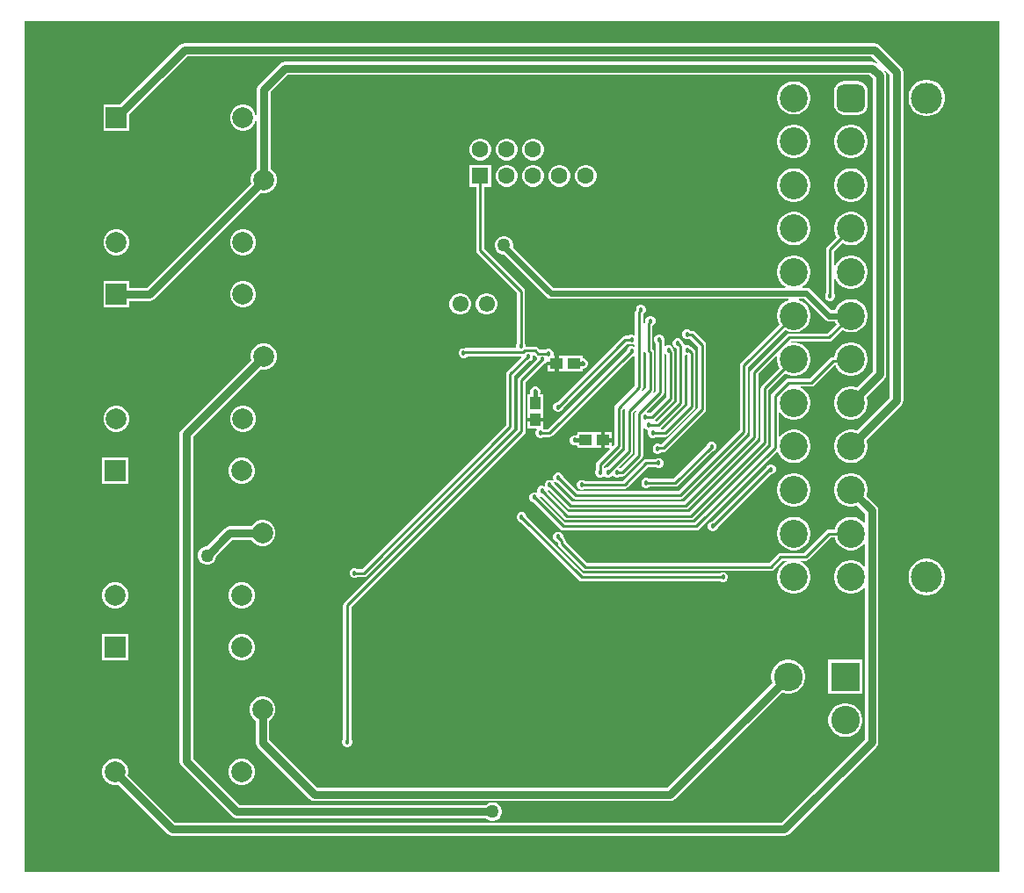
<source format=gbr>
%TF.GenerationSoftware,Altium Limited,Altium Designer,24.9.1 (31)*%
G04 Layer_Physical_Order=2*
G04 Layer_Color=16711680*
%FSLAX45Y45*%
%MOMM*%
%TF.SameCoordinates,83ADD26A-4C95-4E02-96E4-27C39B5E4718*%
%TF.FilePolarity,Positive*%
%TF.FileFunction,Copper,L2,Bot,Signal*%
%TF.Part,Single*%
G01*
G75*
%TA.AperFunction,SMDPad,CuDef*%
%ADD13R,1.15814X1.01213*%
%ADD24R,1.01213X1.15814*%
%TA.AperFunction,Conductor*%
%ADD25C,0.25400*%
%ADD26C,0.38100*%
%ADD27C,0.55400*%
%ADD28C,0.76200*%
%TA.AperFunction,ComponentPad*%
%ADD31C,1.60000*%
%ADD32R,1.60000X1.60000*%
%ADD33C,2.00000*%
%ADD34R,2.00000X2.00000*%
%ADD35C,2.70000*%
G04:AMPARAMS|DCode=36|XSize=2.7mm|YSize=2.7mm|CornerRadius=0.675mm|HoleSize=0mm|Usage=FLASHONLY|Rotation=90.000|XOffset=0mm|YOffset=0mm|HoleType=Round|Shape=RoundedRectangle|*
%AMROUNDEDRECTD36*
21,1,2.70000,1.35000,0,0,90.0*
21,1,1.35000,2.70000,0,0,90.0*
1,1,1.35000,0.67500,0.67500*
1,1,1.35000,0.67500,-0.67500*
1,1,1.35000,-0.67500,-0.67500*
1,1,1.35000,-0.67500,0.67500*
%
%ADD36ROUNDEDRECTD36*%
%ADD37C,3.00000*%
%ADD38R,1.55000X1.55000*%
%ADD39C,1.55000*%
%ADD40R,2.75000X2.75000*%
%ADD41C,2.75000*%
%TA.AperFunction,ViaPad*%
%ADD42C,0.50000*%
%ADD43C,0.45720*%
%ADD44C,1.27000*%
%ADD45C,5.00000*%
G36*
X17792700Y3250000D02*
X8400000D01*
Y11450000D01*
X17792700D01*
Y3250000D01*
D02*
G37*
%LPC*%
G36*
X16586200Y11240744D02*
X9943302D01*
X9918526Y11235816D01*
X9897521Y11221781D01*
X9319839Y10644099D01*
X9160601D01*
Y10393299D01*
X9411401D01*
Y10552537D01*
X9970120Y11111256D01*
X16559383D01*
X16617848Y11052790D01*
X16611372Y11044898D01*
X16591739Y11058016D01*
X16566963Y11062944D01*
X10909300D01*
X10884524Y11058016D01*
X10863519Y11043981D01*
X10660217Y10840679D01*
X10646183Y10819675D01*
X10641254Y10794898D01*
Y10535943D01*
X10631399Y10535208D01*
X10622853Y10567101D01*
X10606344Y10595696D01*
X10582996Y10619044D01*
X10554401Y10635553D01*
X10522508Y10644099D01*
X10489490D01*
X10457596Y10635553D01*
X10429001Y10619044D01*
X10405654Y10595696D01*
X10389145Y10567101D01*
X10380599Y10535208D01*
Y10502190D01*
X10389145Y10470296D01*
X10405654Y10441701D01*
X10429001Y10418354D01*
X10457596Y10401845D01*
X10489490Y10393299D01*
X10522508D01*
X10554401Y10401845D01*
X10582996Y10418354D01*
X10606344Y10441701D01*
X10622853Y10470296D01*
X10631399Y10502189D01*
X10641254Y10501454D01*
Y10026119D01*
X10629001Y10019045D01*
X10605653Y9995697D01*
X10589144Y9967102D01*
X10580598Y9935209D01*
Y9902191D01*
X10584261Y9888524D01*
X9577379Y8881643D01*
X9411401D01*
Y8942299D01*
X9160601D01*
Y8691499D01*
X9411401D01*
Y8752155D01*
X9604197D01*
X9628974Y8757083D01*
X9649978Y8771118D01*
X10675822Y9796962D01*
X10689489Y9793300D01*
X10722508D01*
X10754401Y9801846D01*
X10782996Y9818355D01*
X10806343Y9841703D01*
X10822853Y9870298D01*
X10831398Y9902191D01*
Y9935209D01*
X10822853Y9967102D01*
X10806343Y9995697D01*
X10782996Y10019045D01*
X10770742Y10026119D01*
Y10768081D01*
X10936118Y10933456D01*
X16540144D01*
X16572256Y10901345D01*
Y8073817D01*
X16419522Y7921084D01*
X16408289Y7925737D01*
X16377299Y7931901D01*
X16345703D01*
X16314714Y7925737D01*
X16285522Y7913646D01*
X16259251Y7896092D01*
X16236911Y7873750D01*
X16219357Y7847479D01*
X16207266Y7818288D01*
X16201102Y7787299D01*
Y7755703D01*
X16207266Y7724714D01*
X16219357Y7695523D01*
X16236911Y7669252D01*
X16259251Y7646910D01*
X16285522Y7629356D01*
X16314714Y7617265D01*
X16345703Y7611101D01*
X16377299D01*
X16408289Y7617265D01*
X16437479Y7629356D01*
X16463751Y7646910D01*
X16486092Y7669252D01*
X16503645Y7695523D01*
X16515736Y7724714D01*
X16521901Y7755703D01*
Y7787299D01*
X16515736Y7818288D01*
X16511084Y7829522D01*
X16682780Y8001218D01*
X16696815Y8022223D01*
X16701744Y8046999D01*
Y10928163D01*
X16696815Y10952939D01*
X16683698Y10972572D01*
X16691589Y10979048D01*
X16737357Y10933282D01*
Y7818918D01*
X16419522Y7501085D01*
X16408289Y7505738D01*
X16377299Y7511902D01*
X16345703D01*
X16314714Y7505738D01*
X16285522Y7493646D01*
X16259251Y7476092D01*
X16236911Y7453751D01*
X16219357Y7427480D01*
X16207266Y7398289D01*
X16201102Y7367300D01*
Y7335704D01*
X16207266Y7304715D01*
X16219357Y7275524D01*
X16236911Y7249252D01*
X16259251Y7226911D01*
X16285522Y7209357D01*
X16314714Y7197266D01*
X16345703Y7191102D01*
X16377299D01*
X16408289Y7197266D01*
X16437479Y7209357D01*
X16463751Y7226911D01*
X16486092Y7249252D01*
X16503645Y7275524D01*
X16515736Y7304715D01*
X16521901Y7335704D01*
Y7367300D01*
X16515736Y7398289D01*
X16511084Y7409523D01*
X16847881Y7746319D01*
X16861916Y7767324D01*
X16866844Y7792100D01*
Y10960100D01*
X16861916Y10984876D01*
X16847881Y11005881D01*
X16631981Y11221781D01*
X16610976Y11235816D01*
X16586200Y11240744D01*
D02*
G37*
G36*
X15827298Y10871900D02*
X15795702D01*
X15764713Y10865736D01*
X15735522Y10853645D01*
X15709251Y10836091D01*
X15686909Y10813749D01*
X15669354Y10787478D01*
X15657265Y10758287D01*
X15651100Y10727298D01*
Y10695702D01*
X15657265Y10664713D01*
X15669354Y10635522D01*
X15686909Y10609251D01*
X15709251Y10586909D01*
X15735522Y10569355D01*
X15764713Y10557264D01*
X15795702Y10551100D01*
X15827298D01*
X15858287Y10557264D01*
X15887479Y10569355D01*
X15913750Y10586909D01*
X15936092Y10609251D01*
X15953645Y10635522D01*
X15965736Y10664713D01*
X15971899Y10695702D01*
Y10727298D01*
X15965736Y10758287D01*
X15953645Y10787478D01*
X15936092Y10813749D01*
X15913750Y10836091D01*
X15887479Y10853645D01*
X15858287Y10865736D01*
X15827298Y10871900D01*
D02*
G37*
G36*
X16429001Y10872702D02*
X16294000D01*
X16269749Y10869509D01*
X16247151Y10860148D01*
X16227744Y10845257D01*
X16212854Y10825851D01*
X16203493Y10803252D01*
X16200301Y10779000D01*
Y10644000D01*
X16203493Y10619748D01*
X16212854Y10597149D01*
X16227744Y10577743D01*
X16247151Y10562852D01*
X16269749Y10553491D01*
X16294000Y10550298D01*
X16429001D01*
X16453253Y10553491D01*
X16475851Y10562852D01*
X16495259Y10577743D01*
X16510149Y10597149D01*
X16519510Y10619748D01*
X16522704Y10644000D01*
Y10779000D01*
X16519510Y10803252D01*
X16510149Y10825851D01*
X16495259Y10845257D01*
X16475851Y10860148D01*
X16453253Y10869509D01*
X16429001Y10872702D01*
D02*
G37*
G36*
X17108778Y10886900D02*
X17074226D01*
X17040340Y10880159D01*
X17008420Y10866937D01*
X16979692Y10847742D01*
X16955260Y10823311D01*
X16936066Y10794583D01*
X16922842Y10762662D01*
X16916103Y10728775D01*
Y10694225D01*
X16922842Y10660338D01*
X16936066Y10628417D01*
X16955260Y10599689D01*
X16979692Y10575258D01*
X17008420Y10556063D01*
X17040340Y10542841D01*
X17074226Y10536100D01*
X17108778D01*
X17142665Y10542841D01*
X17174585Y10556063D01*
X17203313Y10575258D01*
X17227745Y10599689D01*
X17246941Y10628417D01*
X17260162Y10660338D01*
X17266902Y10694225D01*
Y10728775D01*
X17260162Y10762662D01*
X17246941Y10794583D01*
X17227745Y10823311D01*
X17203313Y10847742D01*
X17174585Y10866937D01*
X17142665Y10880159D01*
X17108778Y10886900D01*
D02*
G37*
G36*
X16377299Y10451901D02*
X16345703D01*
X16314714Y10445737D01*
X16285522Y10433646D01*
X16259251Y10416092D01*
X16236911Y10393750D01*
X16219357Y10367479D01*
X16207266Y10338288D01*
X16201102Y10307299D01*
Y10275703D01*
X16207266Y10244714D01*
X16219357Y10215523D01*
X16236911Y10189252D01*
X16259251Y10166910D01*
X16285522Y10149356D01*
X16314714Y10137265D01*
X16345703Y10131101D01*
X16377299D01*
X16408289Y10137265D01*
X16437479Y10149356D01*
X16463751Y10166910D01*
X16486092Y10189252D01*
X16503645Y10215523D01*
X16515736Y10244714D01*
X16521901Y10275703D01*
Y10307299D01*
X16515736Y10338288D01*
X16503645Y10367479D01*
X16486092Y10393750D01*
X16463751Y10416092D01*
X16437479Y10433646D01*
X16408289Y10445737D01*
X16377299Y10451901D01*
D02*
G37*
G36*
X15827298D02*
X15795702D01*
X15764713Y10445737D01*
X15735522Y10433646D01*
X15709251Y10416092D01*
X15686909Y10393750D01*
X15669354Y10367479D01*
X15657265Y10338288D01*
X15651100Y10307299D01*
Y10275703D01*
X15657265Y10244714D01*
X15669354Y10215523D01*
X15686909Y10189252D01*
X15709251Y10166910D01*
X15735522Y10149356D01*
X15764713Y10137265D01*
X15795702Y10131101D01*
X15827298D01*
X15858287Y10137265D01*
X15887479Y10149356D01*
X15913750Y10166910D01*
X15936092Y10189252D01*
X15953645Y10215523D01*
X15965736Y10244714D01*
X15971899Y10275703D01*
Y10307299D01*
X15965736Y10338288D01*
X15953645Y10367479D01*
X15936092Y10393750D01*
X15913750Y10416092D01*
X15887479Y10433646D01*
X15858287Y10445737D01*
X15827298Y10451901D01*
D02*
G37*
G36*
X13313876Y10319400D02*
X13286124D01*
X13259317Y10312217D01*
X13235283Y10298341D01*
X13215659Y10278717D01*
X13201784Y10254683D01*
X13194600Y10227876D01*
Y10200124D01*
X13201784Y10173317D01*
X13215659Y10149283D01*
X13235283Y10129659D01*
X13259317Y10115783D01*
X13286124Y10108600D01*
X13313876D01*
X13340683Y10115783D01*
X13364717Y10129659D01*
X13384341Y10149283D01*
X13398216Y10173317D01*
X13405400Y10200124D01*
Y10227876D01*
X13398216Y10254683D01*
X13384341Y10278717D01*
X13364717Y10298341D01*
X13340683Y10312217D01*
X13313876Y10319400D01*
D02*
G37*
G36*
X13059875D02*
X13032124D01*
X13005318Y10312217D01*
X12981284Y10298341D01*
X12961659Y10278717D01*
X12947783Y10254683D01*
X12940601Y10227876D01*
Y10200124D01*
X12947783Y10173317D01*
X12961659Y10149283D01*
X12981284Y10129659D01*
X13005318Y10115783D01*
X13032124Y10108600D01*
X13059875D01*
X13086684Y10115783D01*
X13110716Y10129659D01*
X13130341Y10149283D01*
X13144217Y10173317D01*
X13151401Y10200124D01*
Y10227876D01*
X13144217Y10254683D01*
X13130341Y10278717D01*
X13110716Y10298341D01*
X13086684Y10312217D01*
X13059875Y10319400D01*
D02*
G37*
G36*
X12805876D02*
X12778124D01*
X12751317Y10312217D01*
X12727283Y10298341D01*
X12707659Y10278717D01*
X12693783Y10254683D01*
X12686600Y10227876D01*
Y10200124D01*
X12693783Y10173317D01*
X12707659Y10149283D01*
X12727283Y10129659D01*
X12751317Y10115783D01*
X12778124Y10108600D01*
X12805876D01*
X12832683Y10115783D01*
X12856717Y10129659D01*
X12876341Y10149283D01*
X12890218Y10173317D01*
X12897400Y10200124D01*
Y10227876D01*
X12890218Y10254683D01*
X12876341Y10278717D01*
X12856717Y10298341D01*
X12832683Y10312217D01*
X12805876Y10319400D01*
D02*
G37*
G36*
X13821877Y10065400D02*
X13794124D01*
X13767317Y10058217D01*
X13743283Y10044341D01*
X13723659Y10024717D01*
X13709782Y10000683D01*
X13702600Y9973876D01*
Y9946124D01*
X13709782Y9919317D01*
X13723659Y9895283D01*
X13743283Y9875659D01*
X13767317Y9861783D01*
X13794124Y9854600D01*
X13821877D01*
X13848683Y9861783D01*
X13872717Y9875659D01*
X13892342Y9895283D01*
X13906216Y9919317D01*
X13913400Y9946124D01*
Y9973876D01*
X13906216Y10000683D01*
X13892342Y10024717D01*
X13872717Y10044341D01*
X13848683Y10058217D01*
X13821877Y10065400D01*
D02*
G37*
G36*
X13567876D02*
X13540125D01*
X13513316Y10058217D01*
X13489284Y10044341D01*
X13469659Y10024717D01*
X13455783Y10000683D01*
X13448599Y9973876D01*
Y9946124D01*
X13455783Y9919317D01*
X13469659Y9895283D01*
X13489284Y9875659D01*
X13513316Y9861783D01*
X13540125Y9854600D01*
X13567876D01*
X13594682Y9861783D01*
X13618716Y9875659D01*
X13638341Y9895283D01*
X13652217Y9919317D01*
X13659399Y9946124D01*
Y9973876D01*
X13652217Y10000683D01*
X13638341Y10024717D01*
X13618716Y10044341D01*
X13594682Y10058217D01*
X13567876Y10065400D01*
D02*
G37*
G36*
X13313876D02*
X13286124D01*
X13259317Y10058217D01*
X13235283Y10044341D01*
X13215659Y10024717D01*
X13201784Y10000683D01*
X13194600Y9973876D01*
Y9946124D01*
X13201784Y9919317D01*
X13215659Y9895283D01*
X13235283Y9875659D01*
X13259317Y9861783D01*
X13286124Y9854600D01*
X13313876D01*
X13340683Y9861783D01*
X13364717Y9875659D01*
X13384341Y9895283D01*
X13398216Y9919317D01*
X13405400Y9946124D01*
Y9973876D01*
X13398216Y10000683D01*
X13384341Y10024717D01*
X13364717Y10044341D01*
X13340683Y10058217D01*
X13313876Y10065400D01*
D02*
G37*
G36*
X13059875D02*
X13032124D01*
X13005318Y10058217D01*
X12981284Y10044341D01*
X12961659Y10024717D01*
X12947783Y10000683D01*
X12940601Y9973876D01*
Y9946124D01*
X12947783Y9919317D01*
X12961659Y9895283D01*
X12981284Y9875659D01*
X13005318Y9861783D01*
X13032124Y9854600D01*
X13059875D01*
X13086684Y9861783D01*
X13110716Y9875659D01*
X13130341Y9895283D01*
X13144217Y9919317D01*
X13151401Y9946124D01*
Y9973876D01*
X13144217Y10000683D01*
X13130341Y10024717D01*
X13110716Y10044341D01*
X13086684Y10058217D01*
X13059875Y10065400D01*
D02*
G37*
G36*
X16377299Y10031902D02*
X16345703D01*
X16314714Y10025738D01*
X16285522Y10013646D01*
X16259251Y9996093D01*
X16236911Y9973751D01*
X16219357Y9947480D01*
X16207266Y9918289D01*
X16201102Y9887300D01*
Y9855704D01*
X16207266Y9824715D01*
X16219357Y9795524D01*
X16236911Y9769252D01*
X16259251Y9746911D01*
X16285522Y9729357D01*
X16314714Y9717266D01*
X16345703Y9711102D01*
X16377299D01*
X16408289Y9717266D01*
X16437479Y9729357D01*
X16463751Y9746911D01*
X16486092Y9769252D01*
X16503645Y9795524D01*
X16515736Y9824715D01*
X16521901Y9855704D01*
Y9887300D01*
X16515736Y9918289D01*
X16503645Y9947480D01*
X16486092Y9973751D01*
X16463751Y9996093D01*
X16437479Y10013646D01*
X16408289Y10025738D01*
X16377299Y10031902D01*
D02*
G37*
G36*
X15827298D02*
X15795702D01*
X15764713Y10025738D01*
X15735522Y10013646D01*
X15709251Y9996093D01*
X15686909Y9973751D01*
X15669354Y9947480D01*
X15657265Y9918289D01*
X15651100Y9887300D01*
Y9855704D01*
X15657265Y9824715D01*
X15669354Y9795524D01*
X15686909Y9769252D01*
X15709251Y9746911D01*
X15735522Y9729357D01*
X15764713Y9717266D01*
X15795702Y9711102D01*
X15827298D01*
X15858287Y9717266D01*
X15887479Y9729357D01*
X15913750Y9746911D01*
X15936092Y9769252D01*
X15953645Y9795524D01*
X15965736Y9824715D01*
X15971899Y9855704D01*
Y9887300D01*
X15965736Y9918289D01*
X15953645Y9947480D01*
X15936092Y9973751D01*
X15913750Y9996093D01*
X15887479Y10013646D01*
X15858287Y10025738D01*
X15827298Y10031902D01*
D02*
G37*
G36*
X16377299Y9611903D02*
X16345703D01*
X16314714Y9605738D01*
X16285522Y9593647D01*
X16259251Y9576093D01*
X16236911Y9553752D01*
X16219357Y9527481D01*
X16207266Y9498290D01*
X16201102Y9467301D01*
Y9435705D01*
X16207266Y9404716D01*
X16219357Y9375525D01*
X16223856Y9368793D01*
X16132532Y9277470D01*
X16124110Y9264867D01*
X16121153Y9250001D01*
Y8829403D01*
X16119087Y8827337D01*
X16111740Y8809599D01*
Y8790401D01*
X16119087Y8772663D01*
X16132663Y8759087D01*
X16150401Y8751740D01*
X16169598D01*
X16187337Y8759087D01*
X16200912Y8772663D01*
X16208260Y8790401D01*
Y8809599D01*
X16200912Y8827337D01*
X16198846Y8829403D01*
Y8978487D01*
X16209006Y8980508D01*
X16219357Y8955520D01*
X16236911Y8929249D01*
X16259251Y8906908D01*
X16285522Y8889354D01*
X16314714Y8877262D01*
X16345703Y8871098D01*
X16377299D01*
X16408289Y8877262D01*
X16437479Y8889354D01*
X16463751Y8906908D01*
X16486092Y8929249D01*
X16503645Y8955520D01*
X16515736Y8984711D01*
X16521901Y9015700D01*
Y9047296D01*
X16515736Y9078285D01*
X16503645Y9107476D01*
X16486092Y9133748D01*
X16463751Y9156089D01*
X16437479Y9173643D01*
X16408289Y9185734D01*
X16377299Y9191898D01*
X16345703D01*
X16314714Y9185734D01*
X16285522Y9173643D01*
X16259251Y9156089D01*
X16236911Y9133748D01*
X16219357Y9107476D01*
X16209006Y9082489D01*
X16198846Y9084509D01*
Y9233910D01*
X16278792Y9313856D01*
X16285522Y9309358D01*
X16314714Y9297267D01*
X16345703Y9291103D01*
X16377299D01*
X16408289Y9297267D01*
X16437479Y9309358D01*
X16463751Y9326912D01*
X16486092Y9349253D01*
X16503645Y9375525D01*
X16515736Y9404716D01*
X16521901Y9435705D01*
Y9467301D01*
X16515736Y9498290D01*
X16503645Y9527481D01*
X16486092Y9553752D01*
X16463751Y9576093D01*
X16437479Y9593647D01*
X16408289Y9605738D01*
X16377299Y9611903D01*
D02*
G37*
G36*
X15827298D02*
X15795702D01*
X15764713Y9605738D01*
X15735522Y9593647D01*
X15709251Y9576093D01*
X15686909Y9553752D01*
X15669354Y9527481D01*
X15657265Y9498290D01*
X15651100Y9467301D01*
Y9435705D01*
X15657265Y9404716D01*
X15669354Y9375525D01*
X15686909Y9349253D01*
X15709251Y9326912D01*
X15735522Y9309358D01*
X15764713Y9297267D01*
X15795702Y9291103D01*
X15827298D01*
X15858287Y9297267D01*
X15887479Y9309358D01*
X15913750Y9326912D01*
X15936092Y9349253D01*
X15953645Y9375525D01*
X15965736Y9404716D01*
X15971899Y9435705D01*
Y9467301D01*
X15965736Y9498290D01*
X15953645Y9527481D01*
X15936092Y9553752D01*
X15913750Y9576093D01*
X15887479Y9593647D01*
X15858287Y9605738D01*
X15827298Y9611903D01*
D02*
G37*
G36*
X10522508Y9444101D02*
X10489490D01*
X10457596Y9435555D01*
X10429001Y9419046D01*
X10405654Y9395699D01*
X10389145Y9367104D01*
X10380599Y9335210D01*
Y9302192D01*
X10389145Y9270299D01*
X10405654Y9241704D01*
X10429001Y9218356D01*
X10457596Y9201847D01*
X10489490Y9193301D01*
X10522508D01*
X10554401Y9201847D01*
X10582996Y9218356D01*
X10606344Y9241704D01*
X10622853Y9270299D01*
X10631399Y9302192D01*
Y9335210D01*
X10622853Y9367104D01*
X10606344Y9395699D01*
X10582996Y9419046D01*
X10554401Y9435555D01*
X10522508Y9444101D01*
D02*
G37*
G36*
X9302510D02*
X9269492D01*
X9237599Y9435555D01*
X9209004Y9419046D01*
X9185656Y9395699D01*
X9169147Y9367104D01*
X9160601Y9335210D01*
Y9302192D01*
X9169147Y9270299D01*
X9185656Y9241704D01*
X9209004Y9218356D01*
X9237599Y9201847D01*
X9269492Y9193301D01*
X9302510D01*
X9334404Y9201847D01*
X9362999Y9218356D01*
X9386346Y9241704D01*
X9402855Y9270299D01*
X9411401Y9302192D01*
Y9335210D01*
X9402855Y9367104D01*
X9386346Y9395699D01*
X9362999Y9419046D01*
X9334404Y9435555D01*
X9302510Y9444101D01*
D02*
G37*
G36*
X10522508Y8942299D02*
X10489490D01*
X10457596Y8933753D01*
X10429001Y8917244D01*
X10405654Y8893896D01*
X10389145Y8865301D01*
X10380599Y8833408D01*
Y8800390D01*
X10389145Y8768496D01*
X10405654Y8739901D01*
X10429001Y8716554D01*
X10457596Y8700045D01*
X10489490Y8691499D01*
X10522508D01*
X10554401Y8700045D01*
X10582996Y8716554D01*
X10606344Y8739901D01*
X10622853Y8768496D01*
X10631399Y8800390D01*
Y8833408D01*
X10622853Y8865301D01*
X10606344Y8893896D01*
X10582996Y8917244D01*
X10554401Y8933753D01*
X10522508Y8942299D01*
D02*
G37*
G36*
X12865947Y8827800D02*
X12838853D01*
X12812682Y8820788D01*
X12789218Y8807240D01*
X12770060Y8788082D01*
X12756512Y8764618D01*
X12749500Y8738447D01*
Y8711353D01*
X12756512Y8685182D01*
X12770060Y8661718D01*
X12789218Y8642560D01*
X12812682Y8629012D01*
X12838853Y8622000D01*
X12865947D01*
X12892117Y8629012D01*
X12915582Y8642560D01*
X12934740Y8661718D01*
X12948288Y8685182D01*
X12955299Y8711353D01*
Y8738447D01*
X12948288Y8764618D01*
X12934740Y8788082D01*
X12915582Y8807240D01*
X12892117Y8820788D01*
X12865947Y8827800D01*
D02*
G37*
G36*
X12611947D02*
X12584853D01*
X12558682Y8820788D01*
X12535218Y8807240D01*
X12516060Y8788082D01*
X12502512Y8764618D01*
X12495500Y8738447D01*
Y8711353D01*
X12502512Y8685182D01*
X12516060Y8661718D01*
X12535218Y8642560D01*
X12558682Y8629012D01*
X12584853Y8622000D01*
X12611947D01*
X12638118Y8629012D01*
X12661582Y8642560D01*
X12680740Y8661718D01*
X12694288Y8685182D01*
X12701300Y8711353D01*
Y8738447D01*
X12694288Y8764618D01*
X12680740Y8788082D01*
X12661582Y8807240D01*
X12638118Y8820788D01*
X12611947Y8827800D01*
D02*
G37*
G36*
X13031705Y9378900D02*
X13008296D01*
X12985686Y9372842D01*
X12965414Y9361138D01*
X12948862Y9344586D01*
X12937160Y9324314D01*
X12931100Y9301704D01*
Y9278296D01*
X12937160Y9255686D01*
X12948862Y9235414D01*
X12965414Y9218862D01*
X12985686Y9207158D01*
X13008296Y9201100D01*
X13022334D01*
X13433786Y8789648D01*
X13433786Y8789647D01*
X13451350Y8777911D01*
X13472070Y8773790D01*
X13472070Y8773790D01*
X15757610D01*
X15759631Y8763630D01*
X15735522Y8753644D01*
X15709251Y8736090D01*
X15686909Y8713748D01*
X15669354Y8687477D01*
X15657265Y8658286D01*
X15651100Y8627297D01*
Y8595701D01*
X15657265Y8564712D01*
X15669354Y8535521D01*
X15673853Y8528789D01*
X15302531Y8157468D01*
X15294112Y8144865D01*
X15291154Y8129999D01*
Y7506091D01*
X14703909Y6918846D01*
X13726091D01*
X13588260Y7056677D01*
Y7059600D01*
X13580913Y7077337D01*
X13567337Y7090913D01*
X13549600Y7098260D01*
X13530402D01*
X13512663Y7090913D01*
X13499088Y7077337D01*
X13491740Y7059600D01*
Y7040401D01*
X13499088Y7022663D01*
X13491289Y7016961D01*
X13487337Y7020913D01*
X13469598Y7028260D01*
X13450401D01*
X13432663Y7020913D01*
X13419087Y7007337D01*
X13411740Y6989599D01*
Y6973989D01*
X13404498Y6967684D01*
X13402353Y6966880D01*
X13395399Y6969760D01*
X13376201D01*
X13358463Y6962413D01*
X13344887Y6948837D01*
X13337540Y6931099D01*
Y6911901D01*
X13337576Y6911810D01*
X13329800Y6904034D01*
X13319598Y6908260D01*
X13300401D01*
X13282663Y6900913D01*
X13269087Y6887337D01*
X13261740Y6869599D01*
Y6850401D01*
X13269087Y6832663D01*
X13282663Y6819087D01*
X13300401Y6811740D01*
X13303323D01*
X13562531Y6552531D01*
X13575134Y6544111D01*
X13589999Y6541154D01*
X14870000D01*
X14884866Y6544111D01*
X14897469Y6552531D01*
X15647878Y7302940D01*
X15659242Y7299937D01*
X15669354Y7275524D01*
X15686909Y7249252D01*
X15709251Y7226911D01*
X15735522Y7209357D01*
X15764713Y7197266D01*
X15795702Y7191102D01*
X15827298D01*
X15858287Y7197266D01*
X15887479Y7209357D01*
X15913750Y7226911D01*
X15936092Y7249252D01*
X15953645Y7275524D01*
X15965736Y7304715D01*
X15971899Y7335704D01*
Y7367300D01*
X15965736Y7398289D01*
X15953645Y7427480D01*
X15936092Y7453751D01*
X15913750Y7476092D01*
X15887479Y7493646D01*
X15858287Y7505738D01*
X15827298Y7511902D01*
X15795702D01*
X15764713Y7505738D01*
X15735522Y7493646D01*
X15709251Y7476092D01*
X15686909Y7453751D01*
X15679005Y7441924D01*
X15668846Y7445006D01*
Y7677997D01*
X15679005Y7681079D01*
X15686909Y7669252D01*
X15709251Y7646910D01*
X15735522Y7629356D01*
X15764713Y7617265D01*
X15795702Y7611101D01*
X15827298D01*
X15858287Y7617265D01*
X15887479Y7629356D01*
X15913750Y7646910D01*
X15936092Y7669252D01*
X15953645Y7695523D01*
X15965736Y7724714D01*
X15971899Y7755703D01*
Y7787299D01*
X15965736Y7818288D01*
X15953645Y7847479D01*
X15936092Y7873750D01*
X15913750Y7896092D01*
X15887479Y7913646D01*
X15878067Y7917544D01*
X15880087Y7927704D01*
X15980251D01*
X15995116Y7930661D01*
X16007719Y7939082D01*
X16201547Y8132911D01*
X16212793Y8131367D01*
X16219357Y8115522D01*
X16236911Y8089251D01*
X16259251Y8066909D01*
X16285522Y8049355D01*
X16314714Y8037264D01*
X16345703Y8031100D01*
X16377299D01*
X16408289Y8037264D01*
X16437479Y8049355D01*
X16463751Y8066909D01*
X16486092Y8089251D01*
X16503645Y8115522D01*
X16515736Y8144713D01*
X16521901Y8175702D01*
Y8207298D01*
X16515736Y8238287D01*
X16503645Y8267478D01*
X16486092Y8293749D01*
X16463751Y8316091D01*
X16437479Y8333645D01*
X16408289Y8345736D01*
X16377299Y8351900D01*
X16345703D01*
X16314714Y8345736D01*
X16285522Y8333645D01*
X16259251Y8316091D01*
X16236911Y8293749D01*
X16219357Y8267478D01*
X16207266Y8238287D01*
X16202345Y8213548D01*
X16188400D01*
X16173537Y8210591D01*
X16160933Y8202170D01*
X15964160Y8005397D01*
X15761749D01*
X15746884Y8002440D01*
X15734280Y7994019D01*
X15602531Y7862270D01*
X15594112Y7849667D01*
X15591153Y7834801D01*
Y7356090D01*
X14853909Y6618847D01*
X13606091D01*
X13363303Y6861634D01*
X13363297Y6867588D01*
X13373448Y6874380D01*
X13376201Y6873240D01*
X13379123D01*
X13599831Y6652532D01*
X13612434Y6644111D01*
X13627299Y6641154D01*
X14820000D01*
X14834866Y6644111D01*
X14847469Y6652532D01*
X15557469Y7362531D01*
X15565889Y7375134D01*
X15568846Y7390000D01*
Y7893909D01*
X15728790Y8053853D01*
X15735522Y8049355D01*
X15764713Y8037264D01*
X15795702Y8031100D01*
X15827298D01*
X15858287Y8037264D01*
X15887479Y8049355D01*
X15913750Y8066909D01*
X15936092Y8089251D01*
X15953645Y8115522D01*
X15965736Y8144713D01*
X15971899Y8175702D01*
Y8207298D01*
X15965736Y8238287D01*
X15953645Y8267478D01*
X15936092Y8293749D01*
X15913750Y8316091D01*
X15887479Y8333645D01*
X15858287Y8345736D01*
X15827298Y8351900D01*
X15795702D01*
X15794638Y8351688D01*
X15788264Y8360780D01*
X15789127Y8362203D01*
X16151051D01*
X16165918Y8365161D01*
X16178522Y8373581D01*
X16278792Y8473852D01*
X16285522Y8469354D01*
X16314714Y8457263D01*
X16345703Y8451099D01*
X16377299D01*
X16408289Y8457263D01*
X16437479Y8469354D01*
X16463751Y8486908D01*
X16486092Y8509250D01*
X16503645Y8535521D01*
X16515736Y8564712D01*
X16521901Y8595701D01*
Y8627297D01*
X16515736Y8658286D01*
X16503645Y8687477D01*
X16486092Y8713748D01*
X16463751Y8736090D01*
X16437479Y8753644D01*
X16408289Y8765735D01*
X16377299Y8771899D01*
X16345703D01*
X16314714Y8765735D01*
X16285522Y8753644D01*
X16259251Y8736090D01*
X16236911Y8713748D01*
X16219357Y8687477D01*
X16210310Y8665640D01*
X16170927D01*
X15970354Y8866214D01*
X15952789Y8877950D01*
X15932069Y8882071D01*
X15932068Y8882071D01*
X15894865D01*
X15891785Y8892231D01*
X15913750Y8906908D01*
X15936092Y8929249D01*
X15953645Y8955520D01*
X15965736Y8984711D01*
X15971899Y9015700D01*
Y9047296D01*
X15965736Y9078285D01*
X15953645Y9107476D01*
X15936092Y9133748D01*
X15913750Y9156089D01*
X15887479Y9173643D01*
X15858287Y9185734D01*
X15827298Y9191898D01*
X15795702D01*
X15764713Y9185734D01*
X15735522Y9173643D01*
X15709251Y9156089D01*
X15686909Y9133748D01*
X15669354Y9107476D01*
X15657265Y9078285D01*
X15651100Y9047296D01*
Y9015700D01*
X15657265Y8984711D01*
X15669354Y8955520D01*
X15686909Y8929249D01*
X15709251Y8906908D01*
X15731216Y8892231D01*
X15728134Y8882071D01*
X13494495D01*
X13106654Y9269913D01*
X13108900Y9278296D01*
Y9301704D01*
X13102843Y9324314D01*
X13091138Y9344586D01*
X13074586Y9361138D01*
X13054314Y9372842D01*
X13031705Y9378900D01*
D02*
G37*
G36*
X14348988Y8718085D02*
X14329790D01*
X14312051Y8710738D01*
X14298476Y8697162D01*
X14291129Y8679424D01*
Y8670307D01*
X14284111Y8659803D01*
X14281154Y8644937D01*
Y8431771D01*
X14270993Y8425292D01*
X14259000Y8430260D01*
X14239801D01*
X14222063Y8422913D01*
X14216437Y8417286D01*
X14188440D01*
X14173573Y8414329D01*
X14160971Y8405909D01*
X13533324Y7778260D01*
X13530402D01*
X13512663Y7770913D01*
X13499088Y7757337D01*
X13491740Y7739599D01*
Y7720401D01*
X13499088Y7702663D01*
X13512663Y7689087D01*
X13530402Y7681740D01*
X13549600D01*
X13567337Y7689087D01*
X13580913Y7702663D01*
X13588260Y7720401D01*
Y7723323D01*
X14204530Y8339593D01*
X14225668D01*
X14239801Y8333740D01*
X14259000D01*
X14270993Y8338708D01*
X14281154Y8332229D01*
Y8320011D01*
X14270993Y8313532D01*
X14259000Y8318500D01*
X14239801D01*
X14222063Y8311153D01*
X14208487Y8297577D01*
X14201140Y8279839D01*
Y8276917D01*
X13443069Y7518847D01*
X13404034D01*
X13396005Y7523994D01*
Y7588251D01*
X13320000D01*
X13243994D01*
Y7523994D01*
X13331375D01*
X13335583Y7513834D01*
X13329086Y7507337D01*
X13321741Y7489599D01*
Y7470401D01*
X13329086Y7452663D01*
X13342664Y7439087D01*
X13360400Y7431740D01*
X13379599D01*
X13397337Y7439087D01*
X13399403Y7441154D01*
X13459160D01*
X13474026Y7444111D01*
X13486629Y7452531D01*
X14256078Y8221980D01*
X14259000D01*
X14270993Y8226948D01*
X14281154Y8220469D01*
Y7935291D01*
X14094931Y7749069D01*
X14086511Y7736466D01*
X14083553Y7721600D01*
Y7369391D01*
X14065393Y7351230D01*
X14056006Y7355118D01*
Y7390950D01*
X13991750D01*
Y7333993D01*
X14034882D01*
X14038770Y7324607D01*
X13917131Y7202969D01*
X13908711Y7190366D01*
X13905753Y7175500D01*
Y7128703D01*
X13903687Y7126637D01*
X13896339Y7108899D01*
Y7089701D01*
X13903687Y7071963D01*
X13917262Y7058387D01*
X13935001Y7051040D01*
X13954199D01*
X13971938Y7058387D01*
X13982700Y7069150D01*
X13993463Y7058387D01*
X14011201Y7051040D01*
X14030399D01*
X14048137Y7058387D01*
X14058939Y7069189D01*
X14065250Y7070967D01*
X14071561Y7069189D01*
X14082362Y7058387D01*
X14100101Y7051040D01*
X14119299D01*
X14137038Y7058387D01*
X14139104Y7060453D01*
X14160500D01*
X14175366Y7063411D01*
X14187968Y7071831D01*
X14347989Y7231851D01*
X14356409Y7244454D01*
X14359367Y7259320D01*
Y7536945D01*
X14369527Y7538966D01*
X14373587Y7529163D01*
X14387163Y7515587D01*
X14402234Y7509344D01*
X14404901Y7508240D01*
X14407729Y7498080D01*
X14404340Y7489899D01*
Y7470701D01*
X14411687Y7452963D01*
X14425262Y7439387D01*
X14443001Y7432040D01*
X14462199D01*
X14479938Y7439387D01*
X14482002Y7441453D01*
X14573399D01*
X14588266Y7444411D01*
X14600870Y7452831D01*
X14854869Y7706831D01*
X14863290Y7719434D01*
X14866248Y7734300D01*
Y8255130D01*
X14863290Y8269996D01*
X14854869Y8282599D01*
X14833487Y8303981D01*
X14820885Y8312401D01*
X14818591Y8312857D01*
X14810136Y8321313D01*
X14792400Y8328660D01*
X14773201D01*
X14766982Y8326084D01*
X14758022Y8330874D01*
X14757454Y8333727D01*
X14749033Y8346330D01*
X14742160Y8353203D01*
Y8353499D01*
X14734813Y8371237D01*
X14721237Y8384813D01*
X14703499Y8392160D01*
X14684302D01*
X14666563Y8384813D01*
X14652988Y8371237D01*
X14645641Y8353499D01*
Y8334301D01*
X14652988Y8316563D01*
X14666563Y8302987D01*
X14682718Y8296296D01*
Y7788722D01*
X14489574Y7595577D01*
X14479243D01*
X14476161Y7605737D01*
X14476805Y7606168D01*
X14650717Y7780080D01*
X14659138Y7792683D01*
X14662096Y7807549D01*
Y8256653D01*
X14659138Y8271519D01*
X14653259Y8280316D01*
Y8289999D01*
X14645914Y8307737D01*
X14632336Y8321313D01*
X14614600Y8328660D01*
X14595401D01*
X14577663Y8321313D01*
X14572722Y8316372D01*
X14562563Y8320581D01*
Y8360016D01*
X14561481Y8365451D01*
X14564360Y8372401D01*
Y8391599D01*
X14557013Y8409337D01*
X14543437Y8422913D01*
X14525699Y8430260D01*
X14506500D01*
X14488763Y8422913D01*
X14475188Y8409337D01*
X14467841Y8391599D01*
Y8372401D01*
X14475188Y8354663D01*
X14484869Y8344981D01*
Y7885007D01*
X14293051Y7693189D01*
X14284631Y7680586D01*
X14281673Y7665720D01*
Y7275411D01*
X14147842Y7141579D01*
X14137038Y7140213D01*
X14131068Y7142685D01*
X14129086Y7152650D01*
X14251469Y7275031D01*
X14259889Y7287634D01*
X14262846Y7302500D01*
Y7680109D01*
X14455540Y7872804D01*
X14463962Y7885407D01*
X14466919Y7900273D01*
Y8256414D01*
X14463962Y8271280D01*
X14455540Y8283882D01*
X14451547Y8287876D01*
Y8516689D01*
X14457336Y8519087D01*
X14470914Y8532663D01*
X14478259Y8550400D01*
Y8569599D01*
X14470914Y8587337D01*
X14457336Y8600913D01*
X14439600Y8608260D01*
X14420401D01*
X14402663Y8600913D01*
X14389087Y8587337D01*
X14381740Y8569599D01*
Y8559444D01*
X14376811Y8552068D01*
X14373854Y8537202D01*
Y8271786D01*
X14376811Y8256920D01*
X14385233Y8244317D01*
X14389226Y8240323D01*
Y7916363D01*
X14196532Y7723669D01*
X14188110Y7711066D01*
X14185153Y7696200D01*
Y7318591D01*
X14014124Y7147560D01*
X14011201D01*
X13993463Y7140213D01*
X13992833Y7139583D01*
X13983447Y7143471D01*
Y7159409D01*
X14149869Y7325831D01*
X14158289Y7338434D01*
X14161247Y7353300D01*
Y7705509D01*
X14347469Y7891731D01*
X14355890Y7904334D01*
X14358847Y7919200D01*
Y8625648D01*
X14366727Y8628912D01*
X14380302Y8642488D01*
X14387650Y8660226D01*
Y8679424D01*
X14380302Y8697162D01*
X14366727Y8710738D01*
X14348988Y8718085D01*
D02*
G37*
G36*
X12897400Y10065400D02*
X12686600D01*
Y9854600D01*
X12750053D01*
Y9241100D01*
X12753011Y9226234D01*
X12761431Y9213631D01*
X13143753Y8831309D01*
Y8347903D01*
X13141687Y8345837D01*
X13134340Y8328099D01*
Y8308901D01*
X13135005Y8307294D01*
X13129361Y8298846D01*
X12640000D01*
X12637051Y8298260D01*
X12620400D01*
X12602663Y8290913D01*
X12589087Y8277337D01*
X12581740Y8259599D01*
Y8240401D01*
X12589087Y8222663D01*
X12602663Y8209087D01*
X12620400Y8201740D01*
X12639599D01*
X12657337Y8209087D01*
X12669403Y8221153D01*
X13184122D01*
X13188010Y8211767D01*
X13052531Y8076289D01*
X13044112Y8063686D01*
X13041153Y8048820D01*
Y7556091D01*
X11653909Y6168846D01*
X11609403D01*
X11607337Y6170913D01*
X11589599Y6178260D01*
X11570401D01*
X11552663Y6170913D01*
X11539087Y6157337D01*
X11531740Y6139599D01*
Y6120401D01*
X11539087Y6102663D01*
X11552663Y6089087D01*
X11570401Y6081740D01*
X11589599D01*
X11607337Y6089087D01*
X11609403Y6091153D01*
X11670000D01*
X11684866Y6094110D01*
X11697468Y6102531D01*
X13107469Y7512532D01*
X13115889Y7525134D01*
X13118848Y7540000D01*
Y8032729D01*
X13257857Y8171740D01*
X13260779D01*
X13278517Y8179087D01*
X13292093Y8192663D01*
X13299440Y8210401D01*
Y8226453D01*
X13308849Y8231412D01*
X13321851Y8218411D01*
X13334453Y8209990D01*
X13337308Y8209422D01*
X13342097Y8200462D01*
X13341740Y8199599D01*
Y8196677D01*
X13162531Y8017469D01*
X13154111Y8004866D01*
X13151154Y7990000D01*
Y7514237D01*
X11482532Y5845615D01*
X11474111Y5833012D01*
X11471154Y5818146D01*
Y4529403D01*
X11469087Y4527337D01*
X11461740Y4509599D01*
Y4490400D01*
X11469087Y4472663D01*
X11482663Y4459087D01*
X11500401Y4451740D01*
X11519600D01*
X11537337Y4459087D01*
X11550913Y4472663D01*
X11558260Y4490400D01*
Y4509599D01*
X11550913Y4527337D01*
X11548847Y4529403D01*
Y5802055D01*
X13217468Y7470677D01*
X13225890Y7483280D01*
X13228847Y7498146D01*
Y7973909D01*
X13396677Y8141740D01*
X13399599D01*
X13417337Y8149087D01*
X13430913Y8162663D01*
X13433833Y8169715D01*
X13437175Y8169050D01*
X13508250D01*
Y8226006D01*
X13501883D01*
X13496338Y8234305D01*
Y8253503D01*
X13488991Y8271241D01*
X13475415Y8284817D01*
X13457677Y8292164D01*
X13438478D01*
X13420741Y8284817D01*
X13420650Y8284726D01*
X13365408D01*
X13346786Y8303349D01*
X13334184Y8311770D01*
X13319318Y8314727D01*
X13230859D01*
Y8328099D01*
X13223512Y8345837D01*
X13221448Y8347903D01*
Y8847400D01*
X13218489Y8862266D01*
X13210069Y8874868D01*
X12827747Y9257191D01*
Y9854600D01*
X12897400D01*
Y10065400D01*
D02*
G37*
G36*
X10722508Y8342300D02*
X10689489D01*
X10657596Y8333754D01*
X10629001Y8317245D01*
X10605653Y8293897D01*
X10589144Y8265302D01*
X10580598Y8233409D01*
Y8200391D01*
X10584261Y8186724D01*
X9914219Y7516682D01*
X9900184Y7495678D01*
X9895256Y7470901D01*
Y4314800D01*
X9900184Y4290024D01*
X9914219Y4269019D01*
X10399019Y3784219D01*
X10420024Y3770184D01*
X10444800Y3765256D01*
X12849020D01*
X12855414Y3758862D01*
X12875687Y3747158D01*
X12898296Y3741100D01*
X12921704D01*
X12944315Y3747158D01*
X12964586Y3758862D01*
X12981139Y3775414D01*
X12992842Y3795686D01*
X12998900Y3818296D01*
Y3841704D01*
X12992842Y3864314D01*
X12981139Y3884586D01*
X12964586Y3901138D01*
X12944315Y3912842D01*
X12921704Y3918900D01*
X12898296D01*
X12875687Y3912842D01*
X12855414Y3901138D01*
X12849020Y3894744D01*
X10471618D01*
X10024744Y4341618D01*
Y7444084D01*
X10675822Y8095162D01*
X10689489Y8091500D01*
X10722508D01*
X10754401Y8100046D01*
X10782996Y8116555D01*
X10806343Y8139903D01*
X10822853Y8168498D01*
X10831398Y8200391D01*
Y8233409D01*
X10822853Y8265302D01*
X10806343Y8293897D01*
X10782996Y8317245D01*
X10754401Y8333754D01*
X10722508Y8342300D01*
D02*
G37*
G36*
X13776006Y8226006D02*
X13546350D01*
Y8150000D01*
Y8073994D01*
X13776006D01*
Y8101740D01*
X13789600D01*
X13807336Y8109087D01*
X13820914Y8122663D01*
X13828259Y8140401D01*
Y8159599D01*
X13820914Y8177337D01*
X13807336Y8190913D01*
X13789600Y8198260D01*
X13776006D01*
Y8226006D01*
D02*
G37*
G36*
X13508250Y8130950D02*
X13443994D01*
Y8073994D01*
X13508250D01*
Y8130950D01*
D02*
G37*
G36*
X13329599Y7928260D02*
X13310400D01*
X13292664Y7920913D01*
X13279086Y7907337D01*
X13271741Y7889599D01*
Y7870401D01*
X13273494Y7866167D01*
X13268703Y7856006D01*
X13243994D01*
Y7689393D01*
Y7626351D01*
X13320000D01*
X13396005D01*
Y7689393D01*
Y7856006D01*
X13371297D01*
X13366505Y7866167D01*
X13368260Y7870401D01*
Y7889599D01*
X13360913Y7907337D01*
X13347337Y7920913D01*
X13329599Y7928260D01*
D02*
G37*
G36*
X10522508Y7742301D02*
X10489490D01*
X10457596Y7733755D01*
X10429001Y7717246D01*
X10405654Y7693899D01*
X10389145Y7665304D01*
X10380599Y7633410D01*
Y7600392D01*
X10389145Y7568499D01*
X10405654Y7539904D01*
X10429001Y7516556D01*
X10457596Y7500047D01*
X10489490Y7491501D01*
X10522508D01*
X10554401Y7500047D01*
X10582996Y7516556D01*
X10606344Y7539904D01*
X10622853Y7568499D01*
X10631399Y7600392D01*
Y7633410D01*
X10622853Y7665304D01*
X10606344Y7693899D01*
X10582996Y7717246D01*
X10554401Y7733755D01*
X10522508Y7742301D01*
D02*
G37*
G36*
X9302510D02*
X9269492D01*
X9237599Y7733755D01*
X9209004Y7717246D01*
X9185656Y7693899D01*
X9169147Y7665304D01*
X9160601Y7633410D01*
Y7600392D01*
X9169147Y7568499D01*
X9185656Y7539904D01*
X9209004Y7516556D01*
X9237599Y7500047D01*
X9269492Y7491501D01*
X9302510D01*
X9334404Y7500047D01*
X9362999Y7516556D01*
X9386346Y7539904D01*
X9402855Y7568499D01*
X9411401Y7600392D01*
Y7633410D01*
X9402855Y7665304D01*
X9386346Y7693899D01*
X9362999Y7717246D01*
X9334404Y7733755D01*
X9302510Y7742301D01*
D02*
G37*
G36*
X13953648Y7486006D02*
X13723994D01*
Y7461297D01*
X13713834Y7456506D01*
X13709599Y7458260D01*
X13690401D01*
X13672662Y7450913D01*
X13659087Y7437337D01*
X13651740Y7419599D01*
Y7400400D01*
X13659087Y7382663D01*
X13672662Y7369087D01*
X13690401Y7361740D01*
X13709599D01*
X13713834Y7363494D01*
X13723994Y7358703D01*
Y7333993D01*
X13953648D01*
Y7410000D01*
Y7486006D01*
D02*
G37*
G36*
X14056006D02*
X13991750D01*
Y7429050D01*
X14056006D01*
Y7486006D01*
D02*
G37*
G36*
X14792400Y8481060D02*
X14773201D01*
X14755463Y8473713D01*
X14741887Y8460137D01*
X14734540Y8442399D01*
Y8423201D01*
X14741887Y8405463D01*
X14755463Y8391887D01*
X14773201Y8384540D01*
X14792400D01*
X14805498Y8389965D01*
X14815317D01*
X14890173Y8315109D01*
Y7724991D01*
X14537917Y7372735D01*
X14522939D01*
X14509599Y7378260D01*
X14490401D01*
X14472662Y7370913D01*
X14459087Y7357337D01*
X14451740Y7339599D01*
Y7320401D01*
X14459087Y7302663D01*
X14472662Y7289087D01*
X14490401Y7281740D01*
X14509599D01*
X14527338Y7289087D01*
X14533292Y7295042D01*
X14554008D01*
X14568874Y7297999D01*
X14581477Y7306419D01*
X14956490Y7681431D01*
X14964909Y7694034D01*
X14967867Y7708900D01*
Y8331200D01*
X14964909Y8346066D01*
X14956490Y8358669D01*
X14858878Y8456281D01*
X14846274Y8464701D01*
X14831409Y8467658D01*
X14816191D01*
X14810136Y8473713D01*
X14792400Y8481060D01*
D02*
G37*
G36*
X14519598Y7238260D02*
X14500401D01*
X14482663Y7230913D01*
X14480597Y7228847D01*
X14390900D01*
X14376035Y7225890D01*
X14363432Y7217469D01*
X14164809Y7018847D01*
X13799403D01*
X13797337Y7020913D01*
X13779599Y7028260D01*
X13760400D01*
X13742664Y7020913D01*
X13729086Y7007337D01*
X13721741Y6989599D01*
Y6970401D01*
X13729086Y6952663D01*
X13742664Y6939087D01*
X13760400Y6931740D01*
X13779599D01*
X13797337Y6939087D01*
X13799403Y6941154D01*
X14180901D01*
X14195766Y6944111D01*
X14208369Y6952531D01*
X14406992Y7151154D01*
X14480597D01*
X14482663Y7149087D01*
X14500401Y7141740D01*
X14519598D01*
X14537337Y7149087D01*
X14550912Y7162663D01*
X14558260Y7180401D01*
Y7199600D01*
X14550912Y7217337D01*
X14537337Y7230913D01*
X14519598Y7238260D01*
D02*
G37*
G36*
X15029599Y7398260D02*
X15010400D01*
X14992664Y7390913D01*
X14979086Y7377337D01*
X14971741Y7359599D01*
Y7356677D01*
X14653909Y7038846D01*
X14419403D01*
X14417337Y7040913D01*
X14399599Y7048260D01*
X14380402D01*
X14362663Y7040913D01*
X14349088Y7027337D01*
X14341740Y7009599D01*
Y6990401D01*
X14349088Y6972663D01*
X14362663Y6959087D01*
X14380402Y6951740D01*
X14399599D01*
X14417337Y6959087D01*
X14419403Y6961153D01*
X14670000D01*
X14684866Y6964111D01*
X14697469Y6972531D01*
X15026677Y7301740D01*
X15029599D01*
X15047337Y7309087D01*
X15060913Y7322663D01*
X15068260Y7340401D01*
Y7359599D01*
X15060913Y7377337D01*
X15047337Y7390913D01*
X15029599Y7398260D01*
D02*
G37*
G36*
X10509808Y7240499D02*
X10476790D01*
X10444896Y7231953D01*
X10416301Y7215444D01*
X10392954Y7192096D01*
X10376445Y7163501D01*
X10367899Y7131608D01*
Y7098590D01*
X10376445Y7066696D01*
X10392954Y7038101D01*
X10416301Y7014754D01*
X10444896Y6998245D01*
X10476790Y6989699D01*
X10509808D01*
X10541701Y6998245D01*
X10570296Y7014754D01*
X10593644Y7038101D01*
X10610153Y7066696D01*
X10618699Y7098590D01*
Y7131608D01*
X10610153Y7163501D01*
X10593644Y7192096D01*
X10570296Y7215444D01*
X10541701Y7231953D01*
X10509808Y7240499D01*
D02*
G37*
G36*
X9398701D02*
X9147901D01*
Y6989699D01*
X9398701D01*
Y7240499D01*
D02*
G37*
G36*
X15827298Y7091903D02*
X15795702D01*
X15764713Y7085738D01*
X15735522Y7073647D01*
X15709251Y7056093D01*
X15686909Y7033752D01*
X15669354Y7007481D01*
X15657265Y6978290D01*
X15651100Y6947301D01*
Y6915704D01*
X15657265Y6884715D01*
X15669354Y6855525D01*
X15686909Y6829253D01*
X15709251Y6806912D01*
X15735522Y6789358D01*
X15764713Y6777267D01*
X15795702Y6771103D01*
X15827298D01*
X15858287Y6777267D01*
X15887479Y6789358D01*
X15913750Y6806912D01*
X15936092Y6829253D01*
X15953645Y6855525D01*
X15965736Y6884715D01*
X15971899Y6915704D01*
Y6947301D01*
X15965736Y6978290D01*
X15953645Y7007481D01*
X15936092Y7033752D01*
X15913750Y7056093D01*
X15887479Y7073647D01*
X15858287Y7085738D01*
X15827298Y7091903D01*
D02*
G37*
G36*
X16377299D02*
X16345703D01*
X16314714Y7085738D01*
X16285522Y7073647D01*
X16259251Y7056093D01*
X16236911Y7033752D01*
X16219357Y7007481D01*
X16207266Y6978290D01*
X16201102Y6947301D01*
Y6915704D01*
X16207266Y6884715D01*
X16219357Y6855525D01*
X16236911Y6829253D01*
X16259251Y6806912D01*
X16285522Y6789358D01*
X16314714Y6777267D01*
X16345703Y6771103D01*
X16377299D01*
X16408289Y6777267D01*
X16419522Y6781920D01*
X16495258Y6706185D01*
Y6616528D01*
X16492963Y6615832D01*
X16485097Y6614742D01*
X16463751Y6636089D01*
X16437479Y6653643D01*
X16408289Y6665734D01*
X16377299Y6671898D01*
X16345703D01*
X16314714Y6665734D01*
X16285522Y6653643D01*
X16259251Y6636089D01*
X16236911Y6613748D01*
X16219357Y6587476D01*
X16207266Y6558285D01*
X16205685Y6550345D01*
X16150798D01*
X16135931Y6547388D01*
X16123331Y6538967D01*
X15909709Y6325347D01*
X15684500D01*
X15669633Y6322389D01*
X15657031Y6313969D01*
X15572209Y6229147D01*
X13815791D01*
X13615932Y6429005D01*
Y6437416D01*
X13612975Y6452282D01*
X13604555Y6464884D01*
X13588260Y6481179D01*
Y6489599D01*
X13580913Y6507337D01*
X13567337Y6520913D01*
X13549600Y6528260D01*
X13530402D01*
X13512663Y6520913D01*
X13499088Y6507337D01*
X13491740Y6489599D01*
Y6470401D01*
X13499088Y6452663D01*
X13512663Y6439087D01*
X13526003Y6433562D01*
X13538239Y6421325D01*
Y6412914D01*
X13541196Y6398048D01*
X13549617Y6385446D01*
X13772231Y6162831D01*
X13784834Y6154411D01*
X13799699Y6151454D01*
X15588300D01*
X15603166Y6154411D01*
X15615768Y6162831D01*
X15700591Y6247653D01*
X15742795D01*
X15744817Y6237493D01*
X15735522Y6233644D01*
X15709251Y6216090D01*
X15686909Y6193748D01*
X15669354Y6167477D01*
X15657265Y6138286D01*
X15651100Y6107297D01*
Y6075701D01*
X15657265Y6044712D01*
X15669354Y6015521D01*
X15686909Y5989250D01*
X15709251Y5966908D01*
X15735522Y5949354D01*
X15764713Y5937263D01*
X15795702Y5931099D01*
X15827298D01*
X15858287Y5937263D01*
X15887479Y5949354D01*
X15913750Y5966908D01*
X15936092Y5989250D01*
X15953645Y6015521D01*
X15965736Y6044712D01*
X15971899Y6075701D01*
Y6107297D01*
X15965736Y6138286D01*
X15953645Y6167477D01*
X15936092Y6193748D01*
X15913750Y6216090D01*
X15887479Y6233644D01*
X15878185Y6237493D01*
X15880205Y6247653D01*
X15925800D01*
X15940666Y6250611D01*
X15953268Y6259031D01*
X16166888Y6472652D01*
X16205685D01*
X16207266Y6464711D01*
X16219357Y6435520D01*
X16236911Y6409249D01*
X16259251Y6386907D01*
X16285522Y6369354D01*
X16314714Y6357262D01*
X16345703Y6351098D01*
X16377299D01*
X16408289Y6357262D01*
X16437479Y6369354D01*
X16463751Y6386907D01*
X16485097Y6408254D01*
X16492963Y6407165D01*
X16495258Y6406469D01*
Y6196529D01*
X16492963Y6195833D01*
X16485097Y6194743D01*
X16463751Y6216090D01*
X16437479Y6233644D01*
X16408289Y6245735D01*
X16377299Y6251899D01*
X16345703D01*
X16314714Y6245735D01*
X16285522Y6233644D01*
X16259251Y6216090D01*
X16236911Y6193748D01*
X16219357Y6167477D01*
X16207266Y6138286D01*
X16201102Y6107297D01*
Y6075701D01*
X16207266Y6044712D01*
X16219357Y6015521D01*
X16236911Y5989250D01*
X16259251Y5966908D01*
X16285522Y5949354D01*
X16314714Y5937263D01*
X16345703Y5931099D01*
X16377299D01*
X16408289Y5937263D01*
X16437479Y5949354D01*
X16463751Y5966908D01*
X16485097Y5988255D01*
X16492963Y5987166D01*
X16495258Y5986470D01*
Y4526819D01*
X15693182Y3724744D01*
X9853420D01*
X9395039Y4183125D01*
X9398701Y4196792D01*
Y4229810D01*
X9390155Y4261704D01*
X9373646Y4290299D01*
X9350299Y4313646D01*
X9321704Y4330155D01*
X9289810Y4338701D01*
X9256792D01*
X9224899Y4330155D01*
X9196304Y4313646D01*
X9172956Y4290299D01*
X9156447Y4261704D01*
X9147901Y4229810D01*
Y4196792D01*
X9156447Y4164899D01*
X9172956Y4136304D01*
X9196304Y4112956D01*
X9224899Y4096447D01*
X9256792Y4087901D01*
X9289810D01*
X9303477Y4091563D01*
X9780821Y3614219D01*
X9801826Y3600184D01*
X9826602Y3595256D01*
X15720000D01*
X15744775Y3600184D01*
X15765781Y3614219D01*
X16605782Y4454220D01*
X16619817Y4475225D01*
X16624747Y4500001D01*
Y6733003D01*
X16619817Y6757779D01*
X16605782Y6778783D01*
X16511084Y6873482D01*
X16515736Y6884715D01*
X16521901Y6915704D01*
Y6947301D01*
X16515736Y6978290D01*
X16503645Y7007481D01*
X16486092Y7033752D01*
X16463751Y7056093D01*
X16437479Y7073647D01*
X16408289Y7085738D01*
X16377299Y7091903D01*
D02*
G37*
G36*
X15599599Y7178260D02*
X15580402D01*
X15562663Y7170913D01*
X15549088Y7157337D01*
X15546745Y7151682D01*
X15023323Y6628260D01*
X15020399D01*
X15002663Y6620913D01*
X14989087Y6607337D01*
X14981740Y6589599D01*
Y6570401D01*
X14989087Y6552663D01*
X15002663Y6539087D01*
X15020399Y6531740D01*
X15039600D01*
X15057336Y6539087D01*
X15070914Y6552663D01*
X15078259Y6570401D01*
Y6573323D01*
X15586678Y7081740D01*
X15599599D01*
X15617337Y7089087D01*
X15630913Y7102663D01*
X15638260Y7120401D01*
Y7139599D01*
X15630913Y7157337D01*
X15617337Y7170913D01*
X15599599Y7178260D01*
D02*
G37*
G36*
X10709808Y6640500D02*
X10676789D01*
X10644896Y6631954D01*
X10616301Y6615445D01*
X10592953Y6592097D01*
X10585879Y6579844D01*
X10375100D01*
X10350323Y6574916D01*
X10329319Y6560881D01*
X10157338Y6388900D01*
X10148296D01*
X10125686Y6382842D01*
X10105414Y6371138D01*
X10088862Y6354586D01*
X10077158Y6334314D01*
X10071100Y6311704D01*
Y6288296D01*
X10077158Y6265686D01*
X10088862Y6245414D01*
X10105414Y6228862D01*
X10125686Y6217159D01*
X10148296Y6211100D01*
X10171704D01*
X10194314Y6217159D01*
X10214586Y6228862D01*
X10231138Y6245414D01*
X10242842Y6265686D01*
X10248900Y6288296D01*
Y6297338D01*
X10401918Y6450356D01*
X10585879D01*
X10592953Y6438103D01*
X10616301Y6414755D01*
X10644896Y6398246D01*
X10676789Y6389700D01*
X10709808D01*
X10741701Y6398246D01*
X10770296Y6414755D01*
X10793643Y6438103D01*
X10810153Y6466698D01*
X10818698Y6498591D01*
Y6531609D01*
X10810153Y6563502D01*
X10793643Y6592097D01*
X10770296Y6615445D01*
X10741701Y6631954D01*
X10709808Y6640500D01*
D02*
G37*
G36*
X15827298Y6671898D02*
X15795702D01*
X15764713Y6665734D01*
X15735522Y6653643D01*
X15709251Y6636089D01*
X15686909Y6613748D01*
X15669354Y6587476D01*
X15657265Y6558285D01*
X15651100Y6527296D01*
Y6495700D01*
X15657265Y6464711D01*
X15669354Y6435520D01*
X15686909Y6409249D01*
X15709251Y6386907D01*
X15735522Y6369354D01*
X15764713Y6357262D01*
X15795702Y6351098D01*
X15827298D01*
X15858287Y6357262D01*
X15887479Y6369354D01*
X15913750Y6386907D01*
X15936092Y6409249D01*
X15953645Y6435520D01*
X15965736Y6464711D01*
X15971899Y6495700D01*
Y6527296D01*
X15965736Y6558285D01*
X15953645Y6587476D01*
X15936092Y6613748D01*
X15913750Y6636089D01*
X15887479Y6653643D01*
X15858287Y6665734D01*
X15827298Y6671898D01*
D02*
G37*
G36*
X13199599Y6718260D02*
X13180402D01*
X13162663Y6710913D01*
X13149088Y6697337D01*
X13141740Y6679600D01*
Y6660401D01*
X13149088Y6642663D01*
X13162663Y6629087D01*
X13180402Y6621740D01*
X13183324D01*
X13742532Y6062531D01*
X13755135Y6054111D01*
X13770000Y6051154D01*
X15100597D01*
X15102663Y6049087D01*
X15120401Y6041740D01*
X15139600D01*
X15157336Y6049087D01*
X15170914Y6062663D01*
X15178259Y6080401D01*
Y6099599D01*
X15170914Y6117337D01*
X15157336Y6130913D01*
X15139600Y6138260D01*
X15120401D01*
X15102663Y6130913D01*
X15100597Y6128847D01*
X13786092D01*
X13238260Y6676677D01*
Y6679600D01*
X13230913Y6697337D01*
X13217337Y6710913D01*
X13199599Y6718260D01*
D02*
G37*
G36*
X17108778Y6266899D02*
X17074226D01*
X17040340Y6260158D01*
X17008420Y6246936D01*
X16979692Y6227741D01*
X16955260Y6203310D01*
X16936066Y6174582D01*
X16922842Y6142661D01*
X16916103Y6108774D01*
Y6074224D01*
X16922842Y6040337D01*
X16936066Y6008416D01*
X16955260Y5979688D01*
X16979692Y5955257D01*
X17008420Y5936062D01*
X17040340Y5922840D01*
X17074226Y5916099D01*
X17108778D01*
X17142665Y5922840D01*
X17174585Y5936062D01*
X17203313Y5955257D01*
X17227745Y5979688D01*
X17246941Y6008416D01*
X17260162Y6040337D01*
X17266902Y6074224D01*
Y6108774D01*
X17260162Y6142661D01*
X17246941Y6174582D01*
X17227745Y6203310D01*
X17203313Y6227741D01*
X17174585Y6246936D01*
X17142665Y6260158D01*
X17108778Y6266899D01*
D02*
G37*
G36*
X10509808Y6040501D02*
X10476790D01*
X10444896Y6031955D01*
X10416301Y6015446D01*
X10392954Y5992099D01*
X10376445Y5963504D01*
X10367899Y5931610D01*
Y5898592D01*
X10376445Y5866699D01*
X10392954Y5838104D01*
X10416301Y5814756D01*
X10444896Y5798247D01*
X10476790Y5789701D01*
X10509808D01*
X10541701Y5798247D01*
X10570296Y5814756D01*
X10593644Y5838104D01*
X10610153Y5866699D01*
X10618699Y5898592D01*
Y5931610D01*
X10610153Y5963504D01*
X10593644Y5992099D01*
X10570296Y6015446D01*
X10541701Y6031955D01*
X10509808Y6040501D01*
D02*
G37*
G36*
X9289810D02*
X9256792D01*
X9224899Y6031955D01*
X9196304Y6015446D01*
X9172956Y5992099D01*
X9156447Y5963504D01*
X9147901Y5931610D01*
Y5898592D01*
X9156447Y5866699D01*
X9172956Y5838104D01*
X9196304Y5814756D01*
X9224899Y5798247D01*
X9256792Y5789701D01*
X9289810D01*
X9321704Y5798247D01*
X9350299Y5814756D01*
X9373646Y5838104D01*
X9390155Y5866699D01*
X9398701Y5898592D01*
Y5931610D01*
X9390155Y5963504D01*
X9373646Y5992099D01*
X9350299Y6015446D01*
X9321704Y6031955D01*
X9289810Y6040501D01*
D02*
G37*
G36*
X10509808Y5538699D02*
X10476790D01*
X10444896Y5530153D01*
X10416301Y5513644D01*
X10392954Y5490296D01*
X10376445Y5461701D01*
X10367899Y5429808D01*
Y5396790D01*
X10376445Y5364896D01*
X10392954Y5336301D01*
X10416301Y5312954D01*
X10444896Y5296445D01*
X10476790Y5287899D01*
X10509808D01*
X10541701Y5296445D01*
X10570296Y5312954D01*
X10593644Y5336301D01*
X10610153Y5364896D01*
X10618699Y5396790D01*
Y5429808D01*
X10610153Y5461701D01*
X10593644Y5490296D01*
X10570296Y5513644D01*
X10541701Y5530153D01*
X10509808Y5538699D01*
D02*
G37*
G36*
X9398701D02*
X9147901D01*
Y5287899D01*
X9398701D01*
Y5538699D01*
D02*
G37*
G36*
X16469701Y5294599D02*
X16143900D01*
Y4968799D01*
X16469701D01*
Y5294599D01*
D02*
G37*
G36*
X15772842D02*
X15740755D01*
X15709283Y5288339D01*
X15679637Y5276059D01*
X15652956Y5258232D01*
X15630266Y5235542D01*
X15612439Y5208861D01*
X15600159Y5179215D01*
X15593900Y5147743D01*
Y5115655D01*
X15600159Y5084183D01*
X15605302Y5071765D01*
X14593980Y4060444D01*
X11220318D01*
X10758042Y4522719D01*
Y4705881D01*
X10770296Y4712955D01*
X10793643Y4736303D01*
X10810153Y4764898D01*
X10818698Y4796791D01*
Y4829809D01*
X10810153Y4861702D01*
X10793643Y4890297D01*
X10770296Y4913645D01*
X10741701Y4930154D01*
X10709808Y4938700D01*
X10676789D01*
X10644896Y4930154D01*
X10616301Y4913645D01*
X10592953Y4890297D01*
X10576444Y4861702D01*
X10567898Y4829809D01*
Y4796791D01*
X10576444Y4764898D01*
X10592953Y4736303D01*
X10616301Y4712955D01*
X10628554Y4705881D01*
Y4495902D01*
X10633483Y4471125D01*
X10647517Y4450121D01*
X11147719Y3949919D01*
X11168724Y3935884D01*
X11193500Y3930956D01*
X14620799D01*
X14645576Y3935884D01*
X14666580Y3949919D01*
X15696864Y4980203D01*
X15709283Y4975059D01*
X15740755Y4968799D01*
X15772842D01*
X15804315Y4975059D01*
X15833960Y4987339D01*
X15860641Y5005167D01*
X15883331Y5027857D01*
X15901158Y5054537D01*
X15913438Y5084183D01*
X15919698Y5115655D01*
Y5147743D01*
X15913438Y5179215D01*
X15901158Y5208861D01*
X15883331Y5235542D01*
X15860641Y5258232D01*
X15833960Y5276059D01*
X15804315Y5288339D01*
X15772842Y5294599D01*
D02*
G37*
G36*
X16322844Y4874600D02*
X16290756D01*
X16259283Y4868340D01*
X16229639Y4856060D01*
X16202957Y4838233D01*
X16180267Y4815543D01*
X16162440Y4788862D01*
X16150160Y4759216D01*
X16143900Y4727744D01*
Y4695656D01*
X16150160Y4664184D01*
X16162440Y4634538D01*
X16180267Y4607857D01*
X16202957Y4585167D01*
X16229639Y4567340D01*
X16259283Y4555060D01*
X16290756Y4548800D01*
X16322844D01*
X16354317Y4555060D01*
X16383961Y4567340D01*
X16410643Y4585167D01*
X16433333Y4607857D01*
X16451160Y4634538D01*
X16463440Y4664184D01*
X16469701Y4695656D01*
Y4727744D01*
X16463440Y4759216D01*
X16451160Y4788862D01*
X16433333Y4815543D01*
X16410643Y4838233D01*
X16383961Y4856060D01*
X16354317Y4868340D01*
X16322844Y4874600D01*
D02*
G37*
G36*
X10509808Y4338701D02*
X10476790D01*
X10444896Y4330155D01*
X10416301Y4313646D01*
X10392954Y4290299D01*
X10376445Y4261704D01*
X10367899Y4229810D01*
Y4196792D01*
X10376445Y4164899D01*
X10392954Y4136304D01*
X10416301Y4112956D01*
X10444896Y4096447D01*
X10476790Y4087901D01*
X10509808D01*
X10541701Y4096447D01*
X10570296Y4112956D01*
X10593644Y4136304D01*
X10610153Y4164899D01*
X10618699Y4196792D01*
Y4229810D01*
X10610153Y4261704D01*
X10593644Y4290299D01*
X10570296Y4313646D01*
X10541701Y4330155D01*
X10509808Y4338701D01*
D02*
G37*
%LPD*%
G36*
X16110217Y8573217D02*
X16110217Y8573216D01*
X16127782Y8561480D01*
X16148502Y8557359D01*
X16148502Y8557359D01*
X16210310D01*
X16219357Y8535521D01*
X16223856Y8528790D01*
X16134962Y8439897D01*
X15767050D01*
X15752184Y8436939D01*
X15739581Y8428519D01*
X15402531Y8091468D01*
X15394110Y8078866D01*
X15391153Y8064000D01*
Y7456090D01*
X14753909Y6818846D01*
X13676091D01*
X13508260Y6986677D01*
Y6989599D01*
X13500912Y7007337D01*
X13508711Y7013040D01*
X13512663Y7009087D01*
X13530402Y7001740D01*
X13533324D01*
X13682532Y6852531D01*
X13695134Y6844111D01*
X13710001Y6841153D01*
X14720000D01*
X14734866Y6844111D01*
X14747469Y6852531D01*
X15357469Y7462531D01*
X15365891Y7475134D01*
X15368848Y7490000D01*
Y8113909D01*
X15728790Y8473852D01*
X15735522Y8469354D01*
X15764713Y8457263D01*
X15795702Y8451099D01*
X15827298D01*
X15858287Y8457263D01*
X15887479Y8469354D01*
X15913750Y8486908D01*
X15936092Y8509250D01*
X15953645Y8535521D01*
X15965736Y8564712D01*
X15971899Y8595701D01*
Y8627297D01*
X15965736Y8658286D01*
X15953645Y8687477D01*
X15936092Y8713748D01*
X15913750Y8736090D01*
X15887479Y8753644D01*
X15863370Y8763630D01*
X15865390Y8773790D01*
X15909644D01*
X16110217Y8573217D01*
D02*
G37*
G36*
X15653363Y8218676D02*
X15651100Y8207298D01*
Y8175702D01*
X15657265Y8144713D01*
X15669354Y8115522D01*
X15673853Y8108790D01*
X15502531Y7937469D01*
X15494110Y7924866D01*
X15491153Y7910000D01*
Y7406091D01*
X14803909Y6718847D01*
X13643391D01*
X13439461Y6922778D01*
X13439600Y6925217D01*
X13448401Y6932568D01*
X13450401Y6931740D01*
X13453323D01*
X13632532Y6752531D01*
X13645134Y6744110D01*
X13660001Y6741153D01*
X14770000D01*
X14784866Y6744110D01*
X14797469Y6752531D01*
X15457468Y7412531D01*
X15465889Y7425134D01*
X15468846Y7440000D01*
Y8047909D01*
X15644403Y8223466D01*
X15653363Y8218676D01*
D02*
G37*
G36*
X14577663Y8239487D02*
X14584402Y8236696D01*
Y7823639D01*
X14433246Y7672483D01*
X14404868D01*
X14403737Y7673613D01*
X14397769Y7676085D01*
X14395787Y7686050D01*
X14551186Y7841447D01*
X14559605Y7854050D01*
X14562563Y7868916D01*
Y8240219D01*
X14572722Y8244428D01*
X14577663Y8239487D01*
D02*
G37*
G36*
X14773201Y8232140D02*
X14788554D01*
Y7750391D01*
X14557309Y7519147D01*
X14536282D01*
X14533179Y7529116D01*
X14533179Y7529307D01*
X14749033Y7745162D01*
X14757454Y7757765D01*
X14760411Y7772631D01*
Y8228294D01*
X14768858Y8233938D01*
X14773201Y8232140D01*
D02*
G37*
D13*
X13527301Y8150000D02*
D03*
X13692699D02*
D03*
X13972699Y7410000D02*
D03*
X13807301D02*
D03*
D24*
X13320000Y7607301D02*
D03*
Y7772699D02*
D03*
D25*
X13080000Y7540000D02*
Y8048820D01*
X11580000Y6130000D02*
X11670000D01*
X13080000Y7540000D01*
X12630000Y8250000D02*
X12640000Y8260000D01*
X13203127D01*
X13219006Y8275880D01*
X13319318D01*
X13349318Y8245880D01*
X13446101D01*
X13448077Y8243904D01*
X13189999Y7990000D02*
X13389999Y8190000D01*
X13189999Y7498146D02*
Y7990000D01*
X13080000Y8048820D02*
X13251180Y8220000D01*
X13577086Y6412914D02*
Y6437416D01*
X13539999Y6474501D02*
X13577086Y6437416D01*
X13539999Y6474501D02*
Y6480000D01*
X13577086Y6412914D02*
X13799699Y6190300D01*
X13539999Y7050000D02*
X13710001Y6880000D01*
X13799699Y6190300D02*
X15588300D01*
X11510000Y5818146D02*
X13189999Y7498146D01*
X14412701Y8537202D02*
X14430000Y8554501D01*
X14412701Y8271786D02*
Y8537202D01*
X14430000Y8554501D02*
Y8560000D01*
X14122400Y7353300D02*
Y7721600D01*
X14224001Y7302500D02*
Y7696200D01*
X13944600Y7175500D02*
X14122400Y7353300D01*
X14320520Y7259320D02*
Y7665720D01*
X14224001Y7696200D02*
X14428073Y7900273D01*
X14160500Y7099300D02*
X14320520Y7259320D01*
X14122400Y7721600D02*
X14320000Y7919200D01*
X14020799Y7099300D02*
X14224001Y7302500D01*
X13370000Y7480000D02*
X13459160D01*
X14249400Y8270240D01*
X14500000Y7330000D02*
X14503888Y7333888D01*
X14554008D02*
X14929021Y7708900D01*
X14503888Y7333888D02*
X14554008D01*
X14412701Y8271786D02*
X14428073Y8256414D01*
Y7900273D02*
Y8256414D01*
X14339389Y8664326D02*
Y8669825D01*
X14320000Y8644937D02*
X14339389Y8664326D01*
X14320000Y7919200D02*
Y8644937D01*
X14188440Y8378440D02*
X14245840D01*
X14249400Y8382000D01*
X14516100D02*
X14519987Y8378112D01*
X14523717Y7868916D02*
Y8360016D01*
X14519987Y8363744D02*
Y8378112D01*
Y8363744D02*
X14523717Y8360016D01*
X14788300Y8432800D02*
X14792287Y8428812D01*
X14831409D02*
X14929021Y8331200D01*
Y7708900D02*
Y8331200D01*
X14782800Y8280400D02*
X14786688Y8276512D01*
X14573399Y7480300D02*
X14827400Y7734300D01*
X14452600Y7480300D02*
X14573399D01*
X14782800Y8432800D02*
X14788300D01*
X14806018Y8276512D02*
X14827400Y8255130D01*
X14786688Y8276512D02*
X14806018D01*
X14827400Y7734300D02*
Y8255130D01*
X14792287Y8428812D02*
X14831409D01*
X14721565Y7772631D02*
Y8318861D01*
X14414731Y7556731D02*
X14505666D01*
X14693900Y8343900D02*
X14696526D01*
X14721565Y8318861D01*
X14449336Y7633636D02*
X14623248Y7807549D01*
X14605000Y8274901D02*
Y8280400D01*
X14623248Y7807549D02*
Y8256653D01*
X14505666Y7556731D02*
X14721565Y7772631D01*
X14605000Y8274901D02*
X14623248Y8256653D01*
X14377336Y7633636D02*
X14449336D01*
X13539999Y7730000D02*
X14188440Y8378440D01*
X15030000Y6580000D02*
X15576112Y7126112D01*
X15586111D02*
X15589999Y7130000D01*
X15576112Y7126112D02*
X15586111D01*
X14390900Y7190000D02*
X14510001D01*
X13770000Y6090000D02*
X15130000D01*
X13189999Y6670000D02*
X13770000Y6090000D01*
X15588300Y6190300D02*
X15684500Y6286500D01*
X13710001Y6880000D02*
X14720000D01*
X14180901Y6980000D02*
X14390900Y7190000D01*
X14670000Y7000000D02*
X15020000Y7350000D01*
X14389999Y7000000D02*
X14670000D01*
X16160001Y9250001D02*
X16361501Y9451503D01*
X16160001Y8800000D02*
Y9250001D01*
X15630000Y7340000D02*
Y7834801D01*
X14870000Y6580000D02*
X15630000Y7340000D01*
Y7834801D02*
X15761749Y7966550D01*
X15530000Y7390000D02*
Y7910000D01*
X12788900Y9241100D02*
X13182600Y8847400D01*
Y8318500D02*
Y8847400D01*
X12788900Y9241100D02*
Y9931400D01*
X11510000Y4500000D02*
Y5818146D01*
X13460001Y6980000D02*
X13660001Y6780000D01*
X14770000D01*
X15767050Y8401050D02*
X16151051D01*
X16361501Y8611499D01*
X15430000Y8064000D02*
X15767050Y8401050D01*
X15430000Y7440000D02*
Y8064000D01*
X14770000Y6780000D02*
X15430000Y7440000D01*
X15925800Y6286500D02*
X16150798Y6511498D01*
X15684500Y6286500D02*
X15925800D01*
X15330000Y7490000D02*
Y8129999D01*
X15811501Y8611499D01*
X14720000Y6880000D02*
X15330000Y7490000D01*
X14820000Y6680000D02*
X15530000Y7390000D01*
Y7910000D02*
X15811501Y8191500D01*
X13589999Y6580000D02*
X14870000D01*
X13627299Y6680000D02*
X14820000D01*
X13310001Y6860000D02*
X13589999Y6580000D01*
X13385800Y6921500D02*
X13627299Y6680000D01*
X13770000Y6980000D02*
X14180901D01*
X14109700Y7099300D02*
X14160500D01*
X13944600D02*
Y7175500D01*
X16344704Y8174701D02*
X16361501Y8191500D01*
X16188400Y8174701D02*
X16344704D01*
X15980251Y7966550D02*
X16188400Y8174701D01*
X15761749Y7966550D02*
X15980251D01*
X16150798Y6511498D02*
X16361501D01*
X14320520Y7665720D02*
X14523717Y7868916D01*
D26*
X13320000Y7772699D02*
Y7880000D01*
X13692699Y8150000D02*
X13780000D01*
X13700000Y7410000D02*
X13807301D01*
D27*
X13020000Y9280000D02*
Y9290000D01*
Y9280000D02*
X13472070Y8827931D01*
X15932069D01*
X16148502Y8611499D01*
X16361501D01*
D28*
X9273301Y4213301D02*
X9826602Y3660000D01*
X15720000D01*
X16560001Y4500001D01*
X9960000Y4314800D02*
X10444800Y3830000D01*
X12910001D01*
X14620799Y3995700D02*
X15756799Y5131699D01*
X10693298Y4495902D02*
X11193500Y3995700D01*
X14620799D01*
X10375100Y6515100D02*
X10693298D01*
X10160000Y6300000D02*
X10375100Y6515100D01*
X9960000Y7470901D02*
X10705998Y8216900D01*
X9960000Y4314800D02*
Y7470901D01*
X16560001Y4500001D02*
Y6733003D01*
X16361501Y6931503D02*
X16560001Y6733003D01*
X10705998Y10794898D02*
X10909300Y10998200D01*
X16566963D01*
X16637000Y10928163D01*
X16361501Y7771501D02*
X16637000Y8046999D01*
Y10928163D01*
X10705998Y9918700D02*
Y10794898D01*
X9604197Y8816899D02*
X10705998Y9918700D01*
X16802100Y7792100D02*
Y10960100D01*
X16361501Y7351502D02*
X16802100Y7792100D01*
X16586200Y11176000D02*
X16802100Y10960100D01*
X9286001Y10518699D02*
X9943302Y11176000D01*
X16586200D01*
X9286001Y8816899D02*
X9604197D01*
X10693298Y4495902D02*
Y4813300D01*
D31*
X13808000Y9960000D02*
D03*
X13553999D02*
D03*
X13300000D02*
D03*
X13046001D02*
D03*
X13808000Y10214000D02*
D03*
X13553999D02*
D03*
X13300000D02*
D03*
X13046001D02*
D03*
X12792000D02*
D03*
D32*
Y9960000D02*
D03*
D33*
X10693298Y6515100D02*
D03*
X10493299Y7115099D02*
D03*
Y5915101D02*
D03*
X9273301D02*
D03*
X10505999Y10518699D02*
D03*
Y9318701D02*
D03*
X9286001D02*
D03*
X10705998Y9918700D02*
D03*
X9273301Y4213301D02*
D03*
X10493299D02*
D03*
Y5413299D02*
D03*
X10693298Y4813300D02*
D03*
X9286001Y7616901D02*
D03*
X10505999D02*
D03*
Y8816899D02*
D03*
X10705998Y8216900D02*
D03*
D34*
X9273301Y7115099D02*
D03*
X9286001Y10518699D02*
D03*
X9273301Y5413299D02*
D03*
X9286001Y8816899D02*
D03*
D35*
X16361501Y6091499D02*
D03*
X15811501D02*
D03*
Y6511498D02*
D03*
Y6931503D02*
D03*
Y7351502D02*
D03*
Y7771501D02*
D03*
Y8191500D02*
D03*
Y8611499D02*
D03*
Y9031498D02*
D03*
Y9451503D02*
D03*
Y9871502D02*
D03*
Y10291501D02*
D03*
Y10711500D02*
D03*
X16361501Y6511498D02*
D03*
Y7351502D02*
D03*
Y9031498D02*
D03*
Y10291501D02*
D03*
Y9871502D02*
D03*
Y9451503D02*
D03*
Y8611499D02*
D03*
Y8191500D02*
D03*
Y7771501D02*
D03*
Y6931503D02*
D03*
D36*
Y10711500D02*
D03*
D37*
X17091502D02*
D03*
Y6091499D02*
D03*
D38*
X12344400Y8724900D02*
D03*
D39*
X12598400D02*
D03*
X12852400D02*
D03*
D40*
X16306799Y5131699D02*
D03*
D41*
X15756799D02*
D03*
X16306799Y4711700D02*
D03*
X15756799D02*
D03*
D42*
X17653000Y11176000D02*
D03*
X17525999Y10922000D02*
D03*
X17653000Y10668000D02*
D03*
X17525999Y10414000D02*
D03*
X17653000Y10160000D02*
D03*
X17525999Y9906000D02*
D03*
X17653000Y9652000D02*
D03*
X17525999Y9398000D02*
D03*
X17653000Y9144000D02*
D03*
X17525999Y8890000D02*
D03*
X17653000Y8636000D02*
D03*
X17525999Y8382000D02*
D03*
X17653000Y8128000D02*
D03*
X17525999Y7874000D02*
D03*
X17653000Y7620000D02*
D03*
X17525999Y7366000D02*
D03*
X17653000Y7112000D02*
D03*
X17525999Y6858000D02*
D03*
X17653000Y6604000D02*
D03*
X17525999Y6350000D02*
D03*
X17653000Y6096000D02*
D03*
X17525999Y5842000D02*
D03*
X17653000Y5588000D02*
D03*
X17525999Y5334000D02*
D03*
X17653000Y5080000D02*
D03*
X17525999Y4826000D02*
D03*
X17653000Y4572000D02*
D03*
X17525999Y4318000D02*
D03*
X17653000Y4064000D02*
D03*
X17399001Y11176000D02*
D03*
X17272000Y10922000D02*
D03*
X17399001Y10668000D02*
D03*
X17272000Y10414000D02*
D03*
X17399001Y10160000D02*
D03*
X17272000Y9906000D02*
D03*
X17399001Y9652000D02*
D03*
X17272000Y9398000D02*
D03*
X17399001Y9144000D02*
D03*
X17272000Y8890000D02*
D03*
X17399001Y8636000D02*
D03*
X17272000Y8382000D02*
D03*
X17399001Y8128000D02*
D03*
X17272000Y7874000D02*
D03*
X17399001Y7620000D02*
D03*
X17272000Y7366000D02*
D03*
X17399001Y7112000D02*
D03*
X17272000Y6858000D02*
D03*
X17399001Y6604000D02*
D03*
X17272000Y6350000D02*
D03*
X17399001Y6096000D02*
D03*
X17272000Y5842000D02*
D03*
X17399001Y5588000D02*
D03*
X17272000Y5334000D02*
D03*
X17399001Y5080000D02*
D03*
X17272000Y4826000D02*
D03*
X17399001Y4572000D02*
D03*
X17272000Y4318000D02*
D03*
X17399001Y4064000D02*
D03*
X17145000Y11176000D02*
D03*
X17017999Y10922000D02*
D03*
Y10414000D02*
D03*
X17145000Y10160000D02*
D03*
X17017999Y9906000D02*
D03*
X17145000Y9652000D02*
D03*
X17017999Y9398000D02*
D03*
X17145000Y9144000D02*
D03*
X17017999Y8890000D02*
D03*
X17145000Y8636000D02*
D03*
X17017999Y8382000D02*
D03*
X17145000Y8128000D02*
D03*
X17017999Y7874000D02*
D03*
X17145000Y7620000D02*
D03*
X17017999Y7366000D02*
D03*
X17145000Y7112000D02*
D03*
X17017999Y6858000D02*
D03*
X17145000Y6604000D02*
D03*
X17017999Y6350000D02*
D03*
Y5842000D02*
D03*
X17145000Y5588000D02*
D03*
X17017999Y5334000D02*
D03*
X17145000Y5080000D02*
D03*
X17017999Y4826000D02*
D03*
X17145000Y4572000D02*
D03*
X17017999Y4318000D02*
D03*
X17145000Y4064000D02*
D03*
X17017999Y3810000D02*
D03*
X16891000Y11176000D02*
D03*
Y7620000D02*
D03*
X16764000Y7366000D02*
D03*
X16891000Y7112000D02*
D03*
Y6604000D02*
D03*
Y6096000D02*
D03*
Y5588000D02*
D03*
Y5080000D02*
D03*
Y4572000D02*
D03*
Y4064000D02*
D03*
X16764000Y3810000D02*
D03*
X16891000Y3556000D02*
D03*
X16510001Y8382000D02*
D03*
X16637000Y3556000D02*
D03*
X16383000Y9652000D02*
D03*
X16256000Y8382000D02*
D03*
Y6350000D02*
D03*
Y5842000D02*
D03*
X16383000Y5588000D02*
D03*
X16256000Y5334000D02*
D03*
X16383000Y3556000D02*
D03*
X16128999Y10668000D02*
D03*
X16002000Y7874000D02*
D03*
X16128999Y7620000D02*
D03*
Y6096000D02*
D03*
X16002000Y5842000D02*
D03*
X16128999Y5588000D02*
D03*
X16002000Y5334000D02*
D03*
Y4826000D02*
D03*
Y3810000D02*
D03*
X15875000Y7112000D02*
D03*
X15748000Y5842000D02*
D03*
Y5334000D02*
D03*
X15875000Y4572000D02*
D03*
X15748000Y4318000D02*
D03*
X15875000Y4064000D02*
D03*
X15621001Y10668000D02*
D03*
Y8636000D02*
D03*
X15494000Y6350000D02*
D03*
Y5334000D02*
D03*
X15621001Y4572000D02*
D03*
X15494000Y4318000D02*
D03*
Y3810000D02*
D03*
X15367000Y10668000D02*
D03*
X15239999Y10414000D02*
D03*
X15367000Y10160000D02*
D03*
X15239999Y7874000D02*
D03*
X15367000Y6604000D02*
D03*
X15239999Y6350000D02*
D03*
Y5842000D02*
D03*
Y5334000D02*
D03*
X15367000Y5080000D02*
D03*
X15239999Y4826000D02*
D03*
X15367000Y4572000D02*
D03*
X15239999Y4318000D02*
D03*
Y3810000D02*
D03*
X15113000Y10668000D02*
D03*
Y10160000D02*
D03*
X14986000Y9906000D02*
D03*
X15113000Y9652000D02*
D03*
X14986000Y9398000D02*
D03*
X15113000Y8128000D02*
D03*
Y7620000D02*
D03*
X14986000Y6350000D02*
D03*
Y5334000D02*
D03*
X15113000Y5080000D02*
D03*
X14986000Y4826000D02*
D03*
Y3810000D02*
D03*
X14859000Y10160000D02*
D03*
X14732001Y9906000D02*
D03*
X14859000Y9652000D02*
D03*
X14732001Y9398000D02*
D03*
Y5842000D02*
D03*
X14859000Y5588000D02*
D03*
X14732001Y5334000D02*
D03*
X14859000Y5080000D02*
D03*
X14732001Y4826000D02*
D03*
X14859000Y4572000D02*
D03*
X14732001Y4318000D02*
D03*
Y3810000D02*
D03*
X14605000Y10668000D02*
D03*
X14478000Y10414000D02*
D03*
X14605000Y10160000D02*
D03*
X14478000Y9906000D02*
D03*
X14605000Y9652000D02*
D03*
X14478000Y9398000D02*
D03*
X14605000Y9144000D02*
D03*
X14478000Y5842000D02*
D03*
X14605000Y5588000D02*
D03*
Y5080000D02*
D03*
Y4572000D02*
D03*
X14478000Y4318000D02*
D03*
Y3810000D02*
D03*
X14350999Y10668000D02*
D03*
X14224001Y10414000D02*
D03*
X14350999Y10160000D02*
D03*
X14224001Y9906000D02*
D03*
X14350999Y9652000D02*
D03*
X14224001Y9398000D02*
D03*
X14350999Y9144000D02*
D03*
X14224001Y5842000D02*
D03*
X14350999Y5080000D02*
D03*
X14224001Y4318000D02*
D03*
Y3810000D02*
D03*
X14097000Y10668000D02*
D03*
X13970000Y10414000D02*
D03*
X14097000Y10160000D02*
D03*
X13970000Y9906000D02*
D03*
X14097000Y9652000D02*
D03*
X13970000Y9398000D02*
D03*
X14097000Y9144000D02*
D03*
Y8636000D02*
D03*
X13970000Y6350000D02*
D03*
Y5842000D02*
D03*
Y4318000D02*
D03*
Y3810000D02*
D03*
X13842999Y10668000D02*
D03*
X13716000Y10414000D02*
D03*
X13842999Y9652000D02*
D03*
Y9144000D02*
D03*
Y8636000D02*
D03*
X13716000Y5842000D02*
D03*
Y5334000D02*
D03*
Y4318000D02*
D03*
Y3810000D02*
D03*
X13589000Y10668000D02*
D03*
X13462000Y10414000D02*
D03*
X13589000Y8636000D02*
D03*
X13462000Y7366000D02*
D03*
X13589000Y6096000D02*
D03*
X13462000Y5842000D02*
D03*
Y5334000D02*
D03*
Y3810000D02*
D03*
X13335001Y10668000D02*
D03*
X13208000Y10414000D02*
D03*
X13335001Y9652000D02*
D03*
X13208000Y9398000D02*
D03*
X13335001Y9144000D02*
D03*
X13208000Y6350000D02*
D03*
X13335001Y6096000D02*
D03*
X13208000Y5842000D02*
D03*
Y3810000D02*
D03*
X13081000Y10668000D02*
D03*
X12953999Y10414000D02*
D03*
X13081000Y9652000D02*
D03*
X12953999Y8890000D02*
D03*
X13081000Y7112000D02*
D03*
X12953999Y6858000D02*
D03*
X13081000Y6604000D02*
D03*
X12953999Y6350000D02*
D03*
X13081000Y6096000D02*
D03*
X12953999Y5842000D02*
D03*
Y4826000D02*
D03*
Y4318000D02*
D03*
X12827000Y10668000D02*
D03*
X12700000Y10414000D02*
D03*
Y9398000D02*
D03*
Y8890000D02*
D03*
Y8382000D02*
D03*
Y6858000D02*
D03*
X12827000Y6604000D02*
D03*
X12700000Y6350000D02*
D03*
X12827000Y6096000D02*
D03*
X12700000Y4826000D02*
D03*
X12827000Y4572000D02*
D03*
X12700000Y4318000D02*
D03*
X12573000Y10668000D02*
D03*
X12446000Y10414000D02*
D03*
X12573000Y10160000D02*
D03*
X12446000Y9906000D02*
D03*
Y9398000D02*
D03*
X12573000Y9144000D02*
D03*
X12446000Y8890000D02*
D03*
Y8382000D02*
D03*
X12573000Y8128000D02*
D03*
Y6604000D02*
D03*
X12446000Y6350000D02*
D03*
X12573000Y6096000D02*
D03*
X12446000Y4826000D02*
D03*
X12573000Y4572000D02*
D03*
X12446000Y4318000D02*
D03*
X12319000Y10668000D02*
D03*
X12192000Y10414000D02*
D03*
X12319000Y10160000D02*
D03*
X12192000Y9906000D02*
D03*
Y9398000D02*
D03*
X12319000Y9144000D02*
D03*
X12192000Y8890000D02*
D03*
Y8382000D02*
D03*
X12319000Y8128000D02*
D03*
X12192000Y7366000D02*
D03*
Y6858000D02*
D03*
Y6350000D02*
D03*
X12319000Y6096000D02*
D03*
Y5588000D02*
D03*
X12192000Y5334000D02*
D03*
X12319000Y5080000D02*
D03*
X12192000Y4826000D02*
D03*
X12319000Y4572000D02*
D03*
X12192000Y4318000D02*
D03*
X12065000Y10668000D02*
D03*
X11938000Y10414000D02*
D03*
X12065000Y10160000D02*
D03*
X11938000Y9906000D02*
D03*
Y9398000D02*
D03*
X12065000Y9144000D02*
D03*
X11938000Y8890000D02*
D03*
X12065000Y8636000D02*
D03*
X11938000Y8382000D02*
D03*
Y7874000D02*
D03*
X12065000Y7620000D02*
D03*
X11938000Y7366000D02*
D03*
X12065000Y7112000D02*
D03*
X11938000Y6858000D02*
D03*
X12065000Y6096000D02*
D03*
Y5588000D02*
D03*
X11938000Y5334000D02*
D03*
X12065000Y5080000D02*
D03*
X11938000Y4826000D02*
D03*
X12065000Y4572000D02*
D03*
X11938000Y4318000D02*
D03*
X11811000Y10668000D02*
D03*
X11684000Y10414000D02*
D03*
X11811000Y10160000D02*
D03*
X11684000Y9906000D02*
D03*
Y9398000D02*
D03*
X11811000Y9144000D02*
D03*
X11684000Y8890000D02*
D03*
X11811000Y8636000D02*
D03*
X11684000Y8382000D02*
D03*
X11811000Y8128000D02*
D03*
Y7620000D02*
D03*
X11684000Y7366000D02*
D03*
X11811000Y7112000D02*
D03*
X11684000Y6858000D02*
D03*
X11811000Y6604000D02*
D03*
X11684000Y6350000D02*
D03*
Y5842000D02*
D03*
Y5334000D02*
D03*
X11811000Y5080000D02*
D03*
X11684000Y4826000D02*
D03*
X11811000Y4572000D02*
D03*
X11684000Y4318000D02*
D03*
X11557000Y10668000D02*
D03*
X11430000Y10414000D02*
D03*
X11557000Y10160000D02*
D03*
X11430000Y9906000D02*
D03*
Y9398000D02*
D03*
X11557000Y9144000D02*
D03*
X11430000Y8890000D02*
D03*
X11557000Y8636000D02*
D03*
X11430000Y8382000D02*
D03*
X11557000Y8128000D02*
D03*
Y7620000D02*
D03*
X11430000Y7366000D02*
D03*
X11557000Y7112000D02*
D03*
X11430000Y6858000D02*
D03*
X11557000Y6604000D02*
D03*
X11430000Y6350000D02*
D03*
Y5842000D02*
D03*
Y4826000D02*
D03*
Y4318000D02*
D03*
X11303000Y10668000D02*
D03*
Y10160000D02*
D03*
X11176000Y9398000D02*
D03*
X11303000Y9144000D02*
D03*
Y8636000D02*
D03*
Y8128000D02*
D03*
Y7620000D02*
D03*
X11176000Y7366000D02*
D03*
X11303000Y7112000D02*
D03*
Y6604000D02*
D03*
X11176000Y5842000D02*
D03*
X11303000Y5588000D02*
D03*
Y5080000D02*
D03*
X11176000Y4318000D02*
D03*
X11049000Y10668000D02*
D03*
X10922000Y10414000D02*
D03*
Y9906000D02*
D03*
X11049000Y9144000D02*
D03*
Y8636000D02*
D03*
X10922000Y8382000D02*
D03*
Y7874000D02*
D03*
X11049000Y7620000D02*
D03*
X10922000Y7366000D02*
D03*
Y6858000D02*
D03*
Y6350000D02*
D03*
Y5842000D02*
D03*
X11049000Y5588000D02*
D03*
X10922000Y4826000D02*
D03*
X10668000Y10922000D02*
D03*
X10795000Y9652000D02*
D03*
Y9144000D02*
D03*
Y8636000D02*
D03*
X10668000Y8382000D02*
D03*
Y7874000D02*
D03*
Y7366000D02*
D03*
Y6858000D02*
D03*
Y6350000D02*
D03*
X10795000Y6096000D02*
D03*
Y5588000D02*
D03*
Y5080000D02*
D03*
Y4572000D02*
D03*
X10668000Y4318000D02*
D03*
X10795000Y4064000D02*
D03*
X10414000Y10922000D02*
D03*
X10541000Y10668000D02*
D03*
Y10160000D02*
D03*
Y8636000D02*
D03*
Y6096000D02*
D03*
Y5080000D02*
D03*
X10414000Y4826000D02*
D03*
X10541000Y4572000D02*
D03*
Y4064000D02*
D03*
X10160000Y10922000D02*
D03*
X10287000Y10668000D02*
D03*
X10160000Y10414000D02*
D03*
Y9906000D02*
D03*
X10287000Y9144000D02*
D03*
X10160000Y8890000D02*
D03*
Y8382000D02*
D03*
Y7874000D02*
D03*
Y7366000D02*
D03*
X10287000Y7112000D02*
D03*
X10160000Y6858000D02*
D03*
Y5842000D02*
D03*
X10287000Y5588000D02*
D03*
X10160000Y5334000D02*
D03*
X10287000Y5080000D02*
D03*
X10160000Y4826000D02*
D03*
X10287000Y4572000D02*
D03*
X10160000Y4318000D02*
D03*
X9906000Y10922000D02*
D03*
X10033000Y10668000D02*
D03*
X9906000Y10414000D02*
D03*
X10033000Y10160000D02*
D03*
X9906000Y9906000D02*
D03*
X10033000Y9652000D02*
D03*
X9906000Y9398000D02*
D03*
Y8890000D02*
D03*
X10033000Y8636000D02*
D03*
X9906000Y8382000D02*
D03*
X10033000Y8128000D02*
D03*
X9906000Y7874000D02*
D03*
Y3810000D02*
D03*
X10033000Y3556000D02*
D03*
X9779000Y11176000D02*
D03*
Y10668000D02*
D03*
X9652000Y10414000D02*
D03*
X9779000Y10160000D02*
D03*
X9652000Y9906000D02*
D03*
X9779000Y9652000D02*
D03*
X9652000Y9398000D02*
D03*
X9779000Y9144000D02*
D03*
Y8636000D02*
D03*
X9652000Y8382000D02*
D03*
X9779000Y8128000D02*
D03*
X9652000Y7874000D02*
D03*
X9779000Y7620000D02*
D03*
X9652000Y7366000D02*
D03*
X9779000Y7112000D02*
D03*
X9652000Y6858000D02*
D03*
X9779000Y6604000D02*
D03*
X9652000Y6350000D02*
D03*
X9779000Y6096000D02*
D03*
Y5588000D02*
D03*
X9652000Y5334000D02*
D03*
X9779000Y5080000D02*
D03*
X9652000Y4826000D02*
D03*
X9779000Y4572000D02*
D03*
Y3556000D02*
D03*
X9525000Y11176000D02*
D03*
X9398000Y10922000D02*
D03*
X9525000Y10160000D02*
D03*
X9398000Y9906000D02*
D03*
X9525000Y9652000D02*
D03*
Y9144000D02*
D03*
Y8636000D02*
D03*
X9398000Y8382000D02*
D03*
X9525000Y8128000D02*
D03*
X9398000Y7874000D02*
D03*
X9525000Y7620000D02*
D03*
X9398000Y7366000D02*
D03*
X9525000Y7112000D02*
D03*
X9398000Y6858000D02*
D03*
X9525000Y6604000D02*
D03*
X9398000Y6350000D02*
D03*
X9525000Y6096000D02*
D03*
Y5080000D02*
D03*
X9398000Y4826000D02*
D03*
Y4318000D02*
D03*
Y3810000D02*
D03*
X9525000Y3556000D02*
D03*
X9271000Y11176000D02*
D03*
X9144000Y10922000D02*
D03*
X9271000Y10160000D02*
D03*
X9144000Y9906000D02*
D03*
X9271000Y9652000D02*
D03*
X9144000Y9398000D02*
D03*
X9271000Y9144000D02*
D03*
Y8636000D02*
D03*
X9144000Y8382000D02*
D03*
X9271000Y8128000D02*
D03*
X9144000Y7874000D02*
D03*
Y7366000D02*
D03*
Y6858000D02*
D03*
X9271000Y6604000D02*
D03*
X9144000Y6350000D02*
D03*
X9271000Y6096000D02*
D03*
Y5588000D02*
D03*
Y5080000D02*
D03*
X9144000Y4318000D02*
D03*
Y3810000D02*
D03*
X9271000Y3556000D02*
D03*
X9017000Y10668000D02*
D03*
X8890000Y10414000D02*
D03*
X9017000Y10160000D02*
D03*
X8890000Y9906000D02*
D03*
X9017000Y9652000D02*
D03*
X8890000Y9398000D02*
D03*
X9017000Y9144000D02*
D03*
X8890000Y8890000D02*
D03*
X9017000Y8636000D02*
D03*
X8890000Y8382000D02*
D03*
X9017000Y8128000D02*
D03*
X8890000Y7874000D02*
D03*
X9017000Y7620000D02*
D03*
X8890000Y7366000D02*
D03*
X9017000Y7112000D02*
D03*
Y6604000D02*
D03*
Y6096000D02*
D03*
X8890000Y4826000D02*
D03*
X9017000Y4572000D02*
D03*
X8890000Y4318000D02*
D03*
X9017000Y4064000D02*
D03*
X8763000Y10668000D02*
D03*
X8636000Y10414000D02*
D03*
X8763000Y10160000D02*
D03*
X8636000Y9906000D02*
D03*
X8763000Y9652000D02*
D03*
X8636000Y9398000D02*
D03*
X8763000Y9144000D02*
D03*
X8636000Y8890000D02*
D03*
X8763000Y8636000D02*
D03*
X8636000Y8382000D02*
D03*
X8763000Y8128000D02*
D03*
X8636000Y7874000D02*
D03*
X8763000Y7620000D02*
D03*
X8636000Y7366000D02*
D03*
X8763000Y7112000D02*
D03*
X8636000Y6858000D02*
D03*
X8763000Y6604000D02*
D03*
X8636000Y6350000D02*
D03*
X8763000Y6096000D02*
D03*
X8636000Y5842000D02*
D03*
X8763000Y5588000D02*
D03*
X8636000Y5334000D02*
D03*
X8763000Y5080000D02*
D03*
X8636000Y4826000D02*
D03*
X8763000Y4572000D02*
D03*
X8636000Y4318000D02*
D03*
X8763000Y4064000D02*
D03*
X14089999Y7910000D02*
D03*
X13470000Y8000000D02*
D03*
D43*
X12630000Y8250000D02*
D03*
X13389999Y8190000D02*
D03*
X13448077Y8243904D02*
D03*
X13251180Y8220000D02*
D03*
X13539999Y6480000D02*
D03*
Y7050000D02*
D03*
X13320000Y7880000D02*
D03*
X13780000Y8150000D02*
D03*
X13700000Y7410000D02*
D03*
X14500000Y7330000D02*
D03*
X13370000Y7480000D02*
D03*
X14430000Y8560000D02*
D03*
X14339389Y8669825D02*
D03*
X14249400Y8382000D02*
D03*
Y8270240D02*
D03*
X14516100Y8382000D02*
D03*
X13539999Y7730000D02*
D03*
X14605000Y8280400D02*
D03*
X15030000Y6580000D02*
D03*
X14510001Y7190000D02*
D03*
X15130000Y6090000D02*
D03*
X14389999Y7000000D02*
D03*
X15020000Y7350000D02*
D03*
X16160001Y8800000D02*
D03*
X15589999Y7130000D02*
D03*
X11580000Y6130000D02*
D03*
X11510000Y4500000D02*
D03*
X13460001Y6980000D02*
D03*
X13770000D02*
D03*
X13189999Y6670000D02*
D03*
X13310001Y6860000D02*
D03*
X14109700Y7099300D02*
D03*
X13944600D02*
D03*
X14020799D02*
D03*
X13385800Y6921500D02*
D03*
X14693900Y8343900D02*
D03*
X14782800Y8432800D02*
D03*
Y8280400D02*
D03*
X14414500Y7556500D02*
D03*
X14452600Y7480300D02*
D03*
X14376401Y7632700D02*
D03*
X13423900Y4216400D02*
D03*
X13347701D02*
D03*
X13258800Y4318000D02*
D03*
X12801601Y4419600D02*
D03*
Y4495800D02*
D03*
Y4673600D02*
D03*
Y4749800D02*
D03*
X13182600Y8318500D02*
D03*
X14312900Y5270500D02*
D03*
X14135100Y5359400D02*
D03*
X14211301D02*
D03*
X13639799Y5334000D02*
D03*
X13563600D02*
D03*
X13385800D02*
D03*
X13309599D02*
D03*
X13398500Y5168900D02*
D03*
X13309599D02*
D03*
D44*
X13020000Y9290000D02*
D03*
X12910001Y3830000D02*
D03*
X10160000Y6300000D02*
D03*
D45*
X17400000Y3650000D02*
D03*
X8800000D02*
D03*
Y11050000D02*
D03*
X14900000Y10450000D02*
D03*
%TF.MD5,8976a87aa0739fcc493ff1c9dd765b24*%
M02*

</source>
